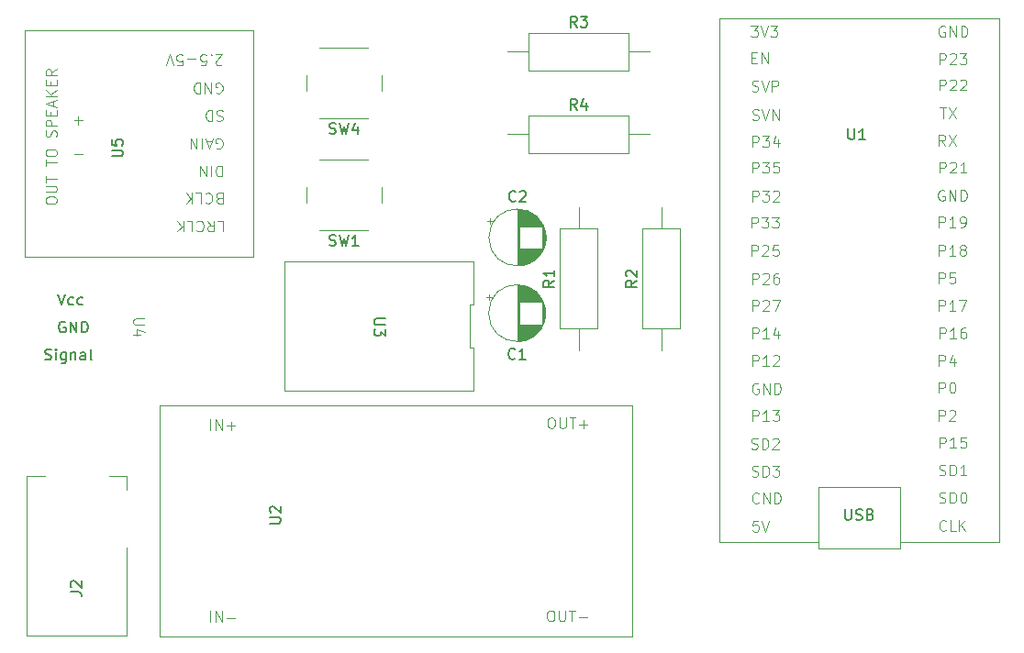
<source format=gto>
G04 #@! TF.GenerationSoftware,KiCad,Pcbnew,8.0.1*
G04 #@! TF.CreationDate,2024-04-23T21:26:09-07:00*
G04 #@! TF.ProjectId,LED_Device,4c45445f-4465-4766-9963-652e6b696361,rev?*
G04 #@! TF.SameCoordinates,Original*
G04 #@! TF.FileFunction,Legend,Top*
G04 #@! TF.FilePolarity,Positive*
%FSLAX46Y46*%
G04 Gerber Fmt 4.6, Leading zero omitted, Abs format (unit mm)*
G04 Created by KiCad (PCBNEW 8.0.1) date 2024-04-23 21:26:09*
%MOMM*%
%LPD*%
G01*
G04 APERTURE LIST*
%ADD10C,0.150000*%
%ADD11C,0.100000*%
%ADD12C,0.120000*%
%ADD13R,4.500000X2.000000*%
%ADD14O,4.000000X2.000000*%
%ADD15O,2.000000X4.000000*%
%ADD16C,1.600000*%
%ADD17O,1.600000X1.600000*%
%ADD18C,2.000000*%
%ADD19R,1.600000X1.600000*%
%ADD20C,1.800000*%
%ADD21O,2.000000X1.200000*%
%ADD22R,2.000000X1.200000*%
%ADD23O,1.200000X3.180000*%
%ADD24R,3.100000X3.100000*%
G04 APERTURE END LIST*
D10*
X104365588Y-111312438D02*
X104270350Y-111264819D01*
X104270350Y-111264819D02*
X104127493Y-111264819D01*
X104127493Y-111264819D02*
X103984636Y-111312438D01*
X103984636Y-111312438D02*
X103889398Y-111407676D01*
X103889398Y-111407676D02*
X103841779Y-111502914D01*
X103841779Y-111502914D02*
X103794160Y-111693390D01*
X103794160Y-111693390D02*
X103794160Y-111836247D01*
X103794160Y-111836247D02*
X103841779Y-112026723D01*
X103841779Y-112026723D02*
X103889398Y-112121961D01*
X103889398Y-112121961D02*
X103984636Y-112217200D01*
X103984636Y-112217200D02*
X104127493Y-112264819D01*
X104127493Y-112264819D02*
X104222731Y-112264819D01*
X104222731Y-112264819D02*
X104365588Y-112217200D01*
X104365588Y-112217200D02*
X104413207Y-112169580D01*
X104413207Y-112169580D02*
X104413207Y-111836247D01*
X104413207Y-111836247D02*
X104222731Y-111836247D01*
X104841779Y-112264819D02*
X104841779Y-111264819D01*
X104841779Y-111264819D02*
X105413207Y-112264819D01*
X105413207Y-112264819D02*
X105413207Y-111264819D01*
X105889398Y-112264819D02*
X105889398Y-111264819D01*
X105889398Y-111264819D02*
X106127493Y-111264819D01*
X106127493Y-111264819D02*
X106270350Y-111312438D01*
X106270350Y-111312438D02*
X106365588Y-111407676D01*
X106365588Y-111407676D02*
X106413207Y-111502914D01*
X106413207Y-111502914D02*
X106460826Y-111693390D01*
X106460826Y-111693390D02*
X106460826Y-111836247D01*
X106460826Y-111836247D02*
X106413207Y-112026723D01*
X106413207Y-112026723D02*
X106365588Y-112121961D01*
X106365588Y-112121961D02*
X106270350Y-112217200D01*
X106270350Y-112217200D02*
X106127493Y-112264819D01*
X106127493Y-112264819D02*
X105889398Y-112264819D01*
X103698922Y-108724819D02*
X104032255Y-109724819D01*
X104032255Y-109724819D02*
X104365588Y-108724819D01*
X105127493Y-109677200D02*
X105032255Y-109724819D01*
X105032255Y-109724819D02*
X104841779Y-109724819D01*
X104841779Y-109724819D02*
X104746541Y-109677200D01*
X104746541Y-109677200D02*
X104698922Y-109629580D01*
X104698922Y-109629580D02*
X104651303Y-109534342D01*
X104651303Y-109534342D02*
X104651303Y-109248628D01*
X104651303Y-109248628D02*
X104698922Y-109153390D01*
X104698922Y-109153390D02*
X104746541Y-109105771D01*
X104746541Y-109105771D02*
X104841779Y-109058152D01*
X104841779Y-109058152D02*
X105032255Y-109058152D01*
X105032255Y-109058152D02*
X105127493Y-109105771D01*
X105984636Y-109677200D02*
X105889398Y-109724819D01*
X105889398Y-109724819D02*
X105698922Y-109724819D01*
X105698922Y-109724819D02*
X105603684Y-109677200D01*
X105603684Y-109677200D02*
X105556065Y-109629580D01*
X105556065Y-109629580D02*
X105508446Y-109534342D01*
X105508446Y-109534342D02*
X105508446Y-109248628D01*
X105508446Y-109248628D02*
X105556065Y-109153390D01*
X105556065Y-109153390D02*
X105603684Y-109105771D01*
X105603684Y-109105771D02*
X105698922Y-109058152D01*
X105698922Y-109058152D02*
X105889398Y-109058152D01*
X105889398Y-109058152D02*
X105984636Y-109105771D01*
X102524160Y-114757200D02*
X102667017Y-114804819D01*
X102667017Y-114804819D02*
X102905112Y-114804819D01*
X102905112Y-114804819D02*
X103000350Y-114757200D01*
X103000350Y-114757200D02*
X103047969Y-114709580D01*
X103047969Y-114709580D02*
X103095588Y-114614342D01*
X103095588Y-114614342D02*
X103095588Y-114519104D01*
X103095588Y-114519104D02*
X103047969Y-114423866D01*
X103047969Y-114423866D02*
X103000350Y-114376247D01*
X103000350Y-114376247D02*
X102905112Y-114328628D01*
X102905112Y-114328628D02*
X102714636Y-114281009D01*
X102714636Y-114281009D02*
X102619398Y-114233390D01*
X102619398Y-114233390D02*
X102571779Y-114185771D01*
X102571779Y-114185771D02*
X102524160Y-114090533D01*
X102524160Y-114090533D02*
X102524160Y-113995295D01*
X102524160Y-113995295D02*
X102571779Y-113900057D01*
X102571779Y-113900057D02*
X102619398Y-113852438D01*
X102619398Y-113852438D02*
X102714636Y-113804819D01*
X102714636Y-113804819D02*
X102952731Y-113804819D01*
X102952731Y-113804819D02*
X103095588Y-113852438D01*
X103524160Y-114804819D02*
X103524160Y-114138152D01*
X103524160Y-113804819D02*
X103476541Y-113852438D01*
X103476541Y-113852438D02*
X103524160Y-113900057D01*
X103524160Y-113900057D02*
X103571779Y-113852438D01*
X103571779Y-113852438D02*
X103524160Y-113804819D01*
X103524160Y-113804819D02*
X103524160Y-113900057D01*
X104428921Y-114138152D02*
X104428921Y-114947676D01*
X104428921Y-114947676D02*
X104381302Y-115042914D01*
X104381302Y-115042914D02*
X104333683Y-115090533D01*
X104333683Y-115090533D02*
X104238445Y-115138152D01*
X104238445Y-115138152D02*
X104095588Y-115138152D01*
X104095588Y-115138152D02*
X104000350Y-115090533D01*
X104428921Y-114757200D02*
X104333683Y-114804819D01*
X104333683Y-114804819D02*
X104143207Y-114804819D01*
X104143207Y-114804819D02*
X104047969Y-114757200D01*
X104047969Y-114757200D02*
X104000350Y-114709580D01*
X104000350Y-114709580D02*
X103952731Y-114614342D01*
X103952731Y-114614342D02*
X103952731Y-114328628D01*
X103952731Y-114328628D02*
X104000350Y-114233390D01*
X104000350Y-114233390D02*
X104047969Y-114185771D01*
X104047969Y-114185771D02*
X104143207Y-114138152D01*
X104143207Y-114138152D02*
X104333683Y-114138152D01*
X104333683Y-114138152D02*
X104428921Y-114185771D01*
X104905112Y-114138152D02*
X104905112Y-114804819D01*
X104905112Y-114233390D02*
X104952731Y-114185771D01*
X104952731Y-114185771D02*
X105047969Y-114138152D01*
X105047969Y-114138152D02*
X105190826Y-114138152D01*
X105190826Y-114138152D02*
X105286064Y-114185771D01*
X105286064Y-114185771D02*
X105333683Y-114281009D01*
X105333683Y-114281009D02*
X105333683Y-114804819D01*
X106238445Y-114804819D02*
X106238445Y-114281009D01*
X106238445Y-114281009D02*
X106190826Y-114185771D01*
X106190826Y-114185771D02*
X106095588Y-114138152D01*
X106095588Y-114138152D02*
X105905112Y-114138152D01*
X105905112Y-114138152D02*
X105809874Y-114185771D01*
X106238445Y-114757200D02*
X106143207Y-114804819D01*
X106143207Y-114804819D02*
X105905112Y-114804819D01*
X105905112Y-114804819D02*
X105809874Y-114757200D01*
X105809874Y-114757200D02*
X105762255Y-114661961D01*
X105762255Y-114661961D02*
X105762255Y-114566723D01*
X105762255Y-114566723D02*
X105809874Y-114471485D01*
X105809874Y-114471485D02*
X105905112Y-114423866D01*
X105905112Y-114423866D02*
X106143207Y-114423866D01*
X106143207Y-114423866D02*
X106238445Y-114376247D01*
X106857493Y-114804819D02*
X106762255Y-114757200D01*
X106762255Y-114757200D02*
X106714636Y-114661961D01*
X106714636Y-114661961D02*
X106714636Y-113804819D01*
X104864819Y-136223333D02*
X105579104Y-136223333D01*
X105579104Y-136223333D02*
X105721961Y-136270952D01*
X105721961Y-136270952D02*
X105817200Y-136366190D01*
X105817200Y-136366190D02*
X105864819Y-136509047D01*
X105864819Y-136509047D02*
X105864819Y-136604285D01*
X104960057Y-135794761D02*
X104912438Y-135747142D01*
X104912438Y-135747142D02*
X104864819Y-135651904D01*
X104864819Y-135651904D02*
X104864819Y-135413809D01*
X104864819Y-135413809D02*
X104912438Y-135318571D01*
X104912438Y-135318571D02*
X104960057Y-135270952D01*
X104960057Y-135270952D02*
X105055295Y-135223333D01*
X105055295Y-135223333D02*
X105150533Y-135223333D01*
X105150533Y-135223333D02*
X105293390Y-135270952D01*
X105293390Y-135270952D02*
X105864819Y-135842380D01*
X105864819Y-135842380D02*
X105864819Y-135223333D01*
X151598333Y-84094819D02*
X151265000Y-83618628D01*
X151026905Y-84094819D02*
X151026905Y-83094819D01*
X151026905Y-83094819D02*
X151407857Y-83094819D01*
X151407857Y-83094819D02*
X151503095Y-83142438D01*
X151503095Y-83142438D02*
X151550714Y-83190057D01*
X151550714Y-83190057D02*
X151598333Y-83285295D01*
X151598333Y-83285295D02*
X151598333Y-83428152D01*
X151598333Y-83428152D02*
X151550714Y-83523390D01*
X151550714Y-83523390D02*
X151503095Y-83571009D01*
X151503095Y-83571009D02*
X151407857Y-83618628D01*
X151407857Y-83618628D02*
X151026905Y-83618628D01*
X151931667Y-83094819D02*
X152550714Y-83094819D01*
X152550714Y-83094819D02*
X152217381Y-83475771D01*
X152217381Y-83475771D02*
X152360238Y-83475771D01*
X152360238Y-83475771D02*
X152455476Y-83523390D01*
X152455476Y-83523390D02*
X152503095Y-83571009D01*
X152503095Y-83571009D02*
X152550714Y-83666247D01*
X152550714Y-83666247D02*
X152550714Y-83904342D01*
X152550714Y-83904342D02*
X152503095Y-83999580D01*
X152503095Y-83999580D02*
X152455476Y-84047200D01*
X152455476Y-84047200D02*
X152360238Y-84094819D01*
X152360238Y-84094819D02*
X152074524Y-84094819D01*
X152074524Y-84094819D02*
X151979286Y-84047200D01*
X151979286Y-84047200D02*
X151931667Y-83999580D01*
X128766667Y-93902200D02*
X128909524Y-93949819D01*
X128909524Y-93949819D02*
X129147619Y-93949819D01*
X129147619Y-93949819D02*
X129242857Y-93902200D01*
X129242857Y-93902200D02*
X129290476Y-93854580D01*
X129290476Y-93854580D02*
X129338095Y-93759342D01*
X129338095Y-93759342D02*
X129338095Y-93664104D01*
X129338095Y-93664104D02*
X129290476Y-93568866D01*
X129290476Y-93568866D02*
X129242857Y-93521247D01*
X129242857Y-93521247D02*
X129147619Y-93473628D01*
X129147619Y-93473628D02*
X128957143Y-93426009D01*
X128957143Y-93426009D02*
X128861905Y-93378390D01*
X128861905Y-93378390D02*
X128814286Y-93330771D01*
X128814286Y-93330771D02*
X128766667Y-93235533D01*
X128766667Y-93235533D02*
X128766667Y-93140295D01*
X128766667Y-93140295D02*
X128814286Y-93045057D01*
X128814286Y-93045057D02*
X128861905Y-92997438D01*
X128861905Y-92997438D02*
X128957143Y-92949819D01*
X128957143Y-92949819D02*
X129195238Y-92949819D01*
X129195238Y-92949819D02*
X129338095Y-92997438D01*
X129671429Y-92949819D02*
X129909524Y-93949819D01*
X129909524Y-93949819D02*
X130100000Y-93235533D01*
X130100000Y-93235533D02*
X130290476Y-93949819D01*
X130290476Y-93949819D02*
X130528572Y-92949819D01*
X131338095Y-93283152D02*
X131338095Y-93949819D01*
X131100000Y-92902200D02*
X130861905Y-93616485D01*
X130861905Y-93616485D02*
X131480952Y-93616485D01*
X157119819Y-107481666D02*
X156643628Y-107814999D01*
X157119819Y-108053094D02*
X156119819Y-108053094D01*
X156119819Y-108053094D02*
X156119819Y-107672142D01*
X156119819Y-107672142D02*
X156167438Y-107576904D01*
X156167438Y-107576904D02*
X156215057Y-107529285D01*
X156215057Y-107529285D02*
X156310295Y-107481666D01*
X156310295Y-107481666D02*
X156453152Y-107481666D01*
X156453152Y-107481666D02*
X156548390Y-107529285D01*
X156548390Y-107529285D02*
X156596009Y-107576904D01*
X156596009Y-107576904D02*
X156643628Y-107672142D01*
X156643628Y-107672142D02*
X156643628Y-108053094D01*
X156215057Y-107100713D02*
X156167438Y-107053094D01*
X156167438Y-107053094D02*
X156119819Y-106957856D01*
X156119819Y-106957856D02*
X156119819Y-106719761D01*
X156119819Y-106719761D02*
X156167438Y-106624523D01*
X156167438Y-106624523D02*
X156215057Y-106576904D01*
X156215057Y-106576904D02*
X156310295Y-106529285D01*
X156310295Y-106529285D02*
X156405533Y-106529285D01*
X156405533Y-106529285D02*
X156548390Y-106576904D01*
X156548390Y-106576904D02*
X157119819Y-107148332D01*
X157119819Y-107148332D02*
X157119819Y-106529285D01*
X145883333Y-114659580D02*
X145835714Y-114707200D01*
X145835714Y-114707200D02*
X145692857Y-114754819D01*
X145692857Y-114754819D02*
X145597619Y-114754819D01*
X145597619Y-114754819D02*
X145454762Y-114707200D01*
X145454762Y-114707200D02*
X145359524Y-114611961D01*
X145359524Y-114611961D02*
X145311905Y-114516723D01*
X145311905Y-114516723D02*
X145264286Y-114326247D01*
X145264286Y-114326247D02*
X145264286Y-114183390D01*
X145264286Y-114183390D02*
X145311905Y-113992914D01*
X145311905Y-113992914D02*
X145359524Y-113897676D01*
X145359524Y-113897676D02*
X145454762Y-113802438D01*
X145454762Y-113802438D02*
X145597619Y-113754819D01*
X145597619Y-113754819D02*
X145692857Y-113754819D01*
X145692857Y-113754819D02*
X145835714Y-113802438D01*
X145835714Y-113802438D02*
X145883333Y-113850057D01*
X146835714Y-114754819D02*
X146264286Y-114754819D01*
X146550000Y-114754819D02*
X146550000Y-113754819D01*
X146550000Y-113754819D02*
X146454762Y-113897676D01*
X146454762Y-113897676D02*
X146359524Y-113992914D01*
X146359524Y-113992914D02*
X146264286Y-114040533D01*
X108674819Y-96011904D02*
X109484342Y-96011904D01*
X109484342Y-96011904D02*
X109579580Y-95964285D01*
X109579580Y-95964285D02*
X109627200Y-95916666D01*
X109627200Y-95916666D02*
X109674819Y-95821428D01*
X109674819Y-95821428D02*
X109674819Y-95630952D01*
X109674819Y-95630952D02*
X109627200Y-95535714D01*
X109627200Y-95535714D02*
X109579580Y-95488095D01*
X109579580Y-95488095D02*
X109484342Y-95440476D01*
X109484342Y-95440476D02*
X108674819Y-95440476D01*
X108674819Y-94488095D02*
X108674819Y-94964285D01*
X108674819Y-94964285D02*
X109151009Y-95011904D01*
X109151009Y-95011904D02*
X109103390Y-94964285D01*
X109103390Y-94964285D02*
X109055771Y-94869047D01*
X109055771Y-94869047D02*
X109055771Y-94630952D01*
X109055771Y-94630952D02*
X109103390Y-94535714D01*
X109103390Y-94535714D02*
X109151009Y-94488095D01*
X109151009Y-94488095D02*
X109246247Y-94440476D01*
X109246247Y-94440476D02*
X109484342Y-94440476D01*
X109484342Y-94440476D02*
X109579580Y-94488095D01*
X109579580Y-94488095D02*
X109627200Y-94535714D01*
X109627200Y-94535714D02*
X109674819Y-94630952D01*
X109674819Y-94630952D02*
X109674819Y-94869047D01*
X109674819Y-94869047D02*
X109627200Y-94964285D01*
X109627200Y-94964285D02*
X109579580Y-95011904D01*
D11*
X118418925Y-101956180D02*
X118895115Y-101956180D01*
X118895115Y-101956180D02*
X118895115Y-102956180D01*
X117514163Y-101956180D02*
X117847496Y-102432371D01*
X118085591Y-101956180D02*
X118085591Y-102956180D01*
X118085591Y-102956180D02*
X117704639Y-102956180D01*
X117704639Y-102956180D02*
X117609401Y-102908561D01*
X117609401Y-102908561D02*
X117561782Y-102860942D01*
X117561782Y-102860942D02*
X117514163Y-102765704D01*
X117514163Y-102765704D02*
X117514163Y-102622847D01*
X117514163Y-102622847D02*
X117561782Y-102527609D01*
X117561782Y-102527609D02*
X117609401Y-102479990D01*
X117609401Y-102479990D02*
X117704639Y-102432371D01*
X117704639Y-102432371D02*
X118085591Y-102432371D01*
X116514163Y-102051419D02*
X116561782Y-102003800D01*
X116561782Y-102003800D02*
X116704639Y-101956180D01*
X116704639Y-101956180D02*
X116799877Y-101956180D01*
X116799877Y-101956180D02*
X116942734Y-102003800D01*
X116942734Y-102003800D02*
X117037972Y-102099038D01*
X117037972Y-102099038D02*
X117085591Y-102194276D01*
X117085591Y-102194276D02*
X117133210Y-102384752D01*
X117133210Y-102384752D02*
X117133210Y-102527609D01*
X117133210Y-102527609D02*
X117085591Y-102718085D01*
X117085591Y-102718085D02*
X117037972Y-102813323D01*
X117037972Y-102813323D02*
X116942734Y-102908561D01*
X116942734Y-102908561D02*
X116799877Y-102956180D01*
X116799877Y-102956180D02*
X116704639Y-102956180D01*
X116704639Y-102956180D02*
X116561782Y-102908561D01*
X116561782Y-102908561D02*
X116514163Y-102860942D01*
X115609401Y-101956180D02*
X116085591Y-101956180D01*
X116085591Y-101956180D02*
X116085591Y-102956180D01*
X115276067Y-101956180D02*
X115276067Y-102956180D01*
X114704639Y-101956180D02*
X115133210Y-102527609D01*
X114704639Y-102956180D02*
X115276067Y-102384752D01*
X118841134Y-87519342D02*
X118793515Y-87566961D01*
X118793515Y-87566961D02*
X118698277Y-87614580D01*
X118698277Y-87614580D02*
X118460182Y-87614580D01*
X118460182Y-87614580D02*
X118364944Y-87566961D01*
X118364944Y-87566961D02*
X118317325Y-87519342D01*
X118317325Y-87519342D02*
X118269706Y-87424104D01*
X118269706Y-87424104D02*
X118269706Y-87328866D01*
X118269706Y-87328866D02*
X118317325Y-87186009D01*
X118317325Y-87186009D02*
X118888753Y-86614580D01*
X118888753Y-86614580D02*
X118269706Y-86614580D01*
X117841134Y-86709819D02*
X117793515Y-86662200D01*
X117793515Y-86662200D02*
X117841134Y-86614580D01*
X117841134Y-86614580D02*
X117888753Y-86662200D01*
X117888753Y-86662200D02*
X117841134Y-86709819D01*
X117841134Y-86709819D02*
X117841134Y-86614580D01*
X116888754Y-87614580D02*
X117364944Y-87614580D01*
X117364944Y-87614580D02*
X117412563Y-87138390D01*
X117412563Y-87138390D02*
X117364944Y-87186009D01*
X117364944Y-87186009D02*
X117269706Y-87233628D01*
X117269706Y-87233628D02*
X117031611Y-87233628D01*
X117031611Y-87233628D02*
X116936373Y-87186009D01*
X116936373Y-87186009D02*
X116888754Y-87138390D01*
X116888754Y-87138390D02*
X116841135Y-87043152D01*
X116841135Y-87043152D02*
X116841135Y-86805057D01*
X116841135Y-86805057D02*
X116888754Y-86709819D01*
X116888754Y-86709819D02*
X116936373Y-86662200D01*
X116936373Y-86662200D02*
X117031611Y-86614580D01*
X117031611Y-86614580D02*
X117269706Y-86614580D01*
X117269706Y-86614580D02*
X117364944Y-86662200D01*
X117364944Y-86662200D02*
X117412563Y-86709819D01*
X116412563Y-86995533D02*
X115650659Y-86995533D01*
X114698278Y-87614580D02*
X115174468Y-87614580D01*
X115174468Y-87614580D02*
X115222087Y-87138390D01*
X115222087Y-87138390D02*
X115174468Y-87186009D01*
X115174468Y-87186009D02*
X115079230Y-87233628D01*
X115079230Y-87233628D02*
X114841135Y-87233628D01*
X114841135Y-87233628D02*
X114745897Y-87186009D01*
X114745897Y-87186009D02*
X114698278Y-87138390D01*
X114698278Y-87138390D02*
X114650659Y-87043152D01*
X114650659Y-87043152D02*
X114650659Y-86805057D01*
X114650659Y-86805057D02*
X114698278Y-86709819D01*
X114698278Y-86709819D02*
X114745897Y-86662200D01*
X114745897Y-86662200D02*
X114841135Y-86614580D01*
X114841135Y-86614580D02*
X115079230Y-86614580D01*
X115079230Y-86614580D02*
X115174468Y-86662200D01*
X115174468Y-86662200D02*
X115222087Y-86709819D01*
X114364944Y-87614580D02*
X114031611Y-86614580D01*
X114031611Y-86614580D02*
X113698278Y-87614580D01*
X118561782Y-99889190D02*
X118418925Y-99841571D01*
X118418925Y-99841571D02*
X118371306Y-99793952D01*
X118371306Y-99793952D02*
X118323687Y-99698714D01*
X118323687Y-99698714D02*
X118323687Y-99555857D01*
X118323687Y-99555857D02*
X118371306Y-99460619D01*
X118371306Y-99460619D02*
X118418925Y-99413000D01*
X118418925Y-99413000D02*
X118514163Y-99365380D01*
X118514163Y-99365380D02*
X118895115Y-99365380D01*
X118895115Y-99365380D02*
X118895115Y-100365380D01*
X118895115Y-100365380D02*
X118561782Y-100365380D01*
X118561782Y-100365380D02*
X118466544Y-100317761D01*
X118466544Y-100317761D02*
X118418925Y-100270142D01*
X118418925Y-100270142D02*
X118371306Y-100174904D01*
X118371306Y-100174904D02*
X118371306Y-100079666D01*
X118371306Y-100079666D02*
X118418925Y-99984428D01*
X118418925Y-99984428D02*
X118466544Y-99936809D01*
X118466544Y-99936809D02*
X118561782Y-99889190D01*
X118561782Y-99889190D02*
X118895115Y-99889190D01*
X117323687Y-99460619D02*
X117371306Y-99413000D01*
X117371306Y-99413000D02*
X117514163Y-99365380D01*
X117514163Y-99365380D02*
X117609401Y-99365380D01*
X117609401Y-99365380D02*
X117752258Y-99413000D01*
X117752258Y-99413000D02*
X117847496Y-99508238D01*
X117847496Y-99508238D02*
X117895115Y-99603476D01*
X117895115Y-99603476D02*
X117942734Y-99793952D01*
X117942734Y-99793952D02*
X117942734Y-99936809D01*
X117942734Y-99936809D02*
X117895115Y-100127285D01*
X117895115Y-100127285D02*
X117847496Y-100222523D01*
X117847496Y-100222523D02*
X117752258Y-100317761D01*
X117752258Y-100317761D02*
X117609401Y-100365380D01*
X117609401Y-100365380D02*
X117514163Y-100365380D01*
X117514163Y-100365380D02*
X117371306Y-100317761D01*
X117371306Y-100317761D02*
X117323687Y-100270142D01*
X116418925Y-99365380D02*
X116895115Y-99365380D01*
X116895115Y-99365380D02*
X116895115Y-100365380D01*
X116085591Y-99365380D02*
X116085591Y-100365380D01*
X115514163Y-99365380D02*
X115942734Y-99936809D01*
X115514163Y-100365380D02*
X116085591Y-99793952D01*
X118844315Y-96876180D02*
X118844315Y-97876180D01*
X118844315Y-97876180D02*
X118606220Y-97876180D01*
X118606220Y-97876180D02*
X118463363Y-97828561D01*
X118463363Y-97828561D02*
X118368125Y-97733323D01*
X118368125Y-97733323D02*
X118320506Y-97638085D01*
X118320506Y-97638085D02*
X118272887Y-97447609D01*
X118272887Y-97447609D02*
X118272887Y-97304752D01*
X118272887Y-97304752D02*
X118320506Y-97114276D01*
X118320506Y-97114276D02*
X118368125Y-97019038D01*
X118368125Y-97019038D02*
X118463363Y-96923800D01*
X118463363Y-96923800D02*
X118606220Y-96876180D01*
X118606220Y-96876180D02*
X118844315Y-96876180D01*
X117844315Y-96876180D02*
X117844315Y-97876180D01*
X117368125Y-96876180D02*
X117368125Y-97876180D01*
X117368125Y-97876180D02*
X116796697Y-96876180D01*
X116796697Y-96876180D02*
X116796697Y-97876180D01*
X118891934Y-91793000D02*
X118749077Y-91745380D01*
X118749077Y-91745380D02*
X118510982Y-91745380D01*
X118510982Y-91745380D02*
X118415744Y-91793000D01*
X118415744Y-91793000D02*
X118368125Y-91840619D01*
X118368125Y-91840619D02*
X118320506Y-91935857D01*
X118320506Y-91935857D02*
X118320506Y-92031095D01*
X118320506Y-92031095D02*
X118368125Y-92126333D01*
X118368125Y-92126333D02*
X118415744Y-92173952D01*
X118415744Y-92173952D02*
X118510982Y-92221571D01*
X118510982Y-92221571D02*
X118701458Y-92269190D01*
X118701458Y-92269190D02*
X118796696Y-92316809D01*
X118796696Y-92316809D02*
X118844315Y-92364428D01*
X118844315Y-92364428D02*
X118891934Y-92459666D01*
X118891934Y-92459666D02*
X118891934Y-92554904D01*
X118891934Y-92554904D02*
X118844315Y-92650142D01*
X118844315Y-92650142D02*
X118796696Y-92697761D01*
X118796696Y-92697761D02*
X118701458Y-92745380D01*
X118701458Y-92745380D02*
X118463363Y-92745380D01*
X118463363Y-92745380D02*
X118320506Y-92697761D01*
X117891934Y-91745380D02*
X117891934Y-92745380D01*
X117891934Y-92745380D02*
X117653839Y-92745380D01*
X117653839Y-92745380D02*
X117510982Y-92697761D01*
X117510982Y-92697761D02*
X117415744Y-92602523D01*
X117415744Y-92602523D02*
X117368125Y-92507285D01*
X117368125Y-92507285D02*
X117320506Y-92316809D01*
X117320506Y-92316809D02*
X117320506Y-92173952D01*
X117320506Y-92173952D02*
X117368125Y-91983476D01*
X117368125Y-91983476D02*
X117415744Y-91888238D01*
X117415744Y-91888238D02*
X117510982Y-91793000D01*
X117510982Y-91793000D02*
X117653839Y-91745380D01*
X117653839Y-91745380D02*
X117891934Y-91745380D01*
X105991915Y-95783933D02*
X105230011Y-95783933D01*
X118320506Y-90157761D02*
X118415744Y-90205380D01*
X118415744Y-90205380D02*
X118558601Y-90205380D01*
X118558601Y-90205380D02*
X118701458Y-90157761D01*
X118701458Y-90157761D02*
X118796696Y-90062523D01*
X118796696Y-90062523D02*
X118844315Y-89967285D01*
X118844315Y-89967285D02*
X118891934Y-89776809D01*
X118891934Y-89776809D02*
X118891934Y-89633952D01*
X118891934Y-89633952D02*
X118844315Y-89443476D01*
X118844315Y-89443476D02*
X118796696Y-89348238D01*
X118796696Y-89348238D02*
X118701458Y-89253000D01*
X118701458Y-89253000D02*
X118558601Y-89205380D01*
X118558601Y-89205380D02*
X118463363Y-89205380D01*
X118463363Y-89205380D02*
X118320506Y-89253000D01*
X118320506Y-89253000D02*
X118272887Y-89300619D01*
X118272887Y-89300619D02*
X118272887Y-89633952D01*
X118272887Y-89633952D02*
X118463363Y-89633952D01*
X117844315Y-89205380D02*
X117844315Y-90205380D01*
X117844315Y-90205380D02*
X117272887Y-89205380D01*
X117272887Y-89205380D02*
X117272887Y-90205380D01*
X116796696Y-89205380D02*
X116796696Y-90205380D01*
X116796696Y-90205380D02*
X116558601Y-90205380D01*
X116558601Y-90205380D02*
X116415744Y-90157761D01*
X116415744Y-90157761D02*
X116320506Y-90062523D01*
X116320506Y-90062523D02*
X116272887Y-89967285D01*
X116272887Y-89967285D02*
X116225268Y-89776809D01*
X116225268Y-89776809D02*
X116225268Y-89633952D01*
X116225268Y-89633952D02*
X116272887Y-89443476D01*
X116272887Y-89443476D02*
X116320506Y-89348238D01*
X116320506Y-89348238D02*
X116415744Y-89253000D01*
X116415744Y-89253000D02*
X116558601Y-89205380D01*
X116558601Y-89205380D02*
X116796696Y-89205380D01*
X102577419Y-100165839D02*
X102577419Y-99975363D01*
X102577419Y-99975363D02*
X102625038Y-99880125D01*
X102625038Y-99880125D02*
X102720276Y-99784887D01*
X102720276Y-99784887D02*
X102910752Y-99737268D01*
X102910752Y-99737268D02*
X103244085Y-99737268D01*
X103244085Y-99737268D02*
X103434561Y-99784887D01*
X103434561Y-99784887D02*
X103529800Y-99880125D01*
X103529800Y-99880125D02*
X103577419Y-99975363D01*
X103577419Y-99975363D02*
X103577419Y-100165839D01*
X103577419Y-100165839D02*
X103529800Y-100261077D01*
X103529800Y-100261077D02*
X103434561Y-100356315D01*
X103434561Y-100356315D02*
X103244085Y-100403934D01*
X103244085Y-100403934D02*
X102910752Y-100403934D01*
X102910752Y-100403934D02*
X102720276Y-100356315D01*
X102720276Y-100356315D02*
X102625038Y-100261077D01*
X102625038Y-100261077D02*
X102577419Y-100165839D01*
X102577419Y-99308696D02*
X103386942Y-99308696D01*
X103386942Y-99308696D02*
X103482180Y-99261077D01*
X103482180Y-99261077D02*
X103529800Y-99213458D01*
X103529800Y-99213458D02*
X103577419Y-99118220D01*
X103577419Y-99118220D02*
X103577419Y-98927744D01*
X103577419Y-98927744D02*
X103529800Y-98832506D01*
X103529800Y-98832506D02*
X103482180Y-98784887D01*
X103482180Y-98784887D02*
X103386942Y-98737268D01*
X103386942Y-98737268D02*
X102577419Y-98737268D01*
X102577419Y-98403934D02*
X102577419Y-97832506D01*
X103577419Y-98118220D02*
X102577419Y-98118220D01*
X102577419Y-96880124D02*
X102577419Y-96308696D01*
X103577419Y-96594410D02*
X102577419Y-96594410D01*
X102577419Y-95784886D02*
X102577419Y-95594410D01*
X102577419Y-95594410D02*
X102625038Y-95499172D01*
X102625038Y-95499172D02*
X102720276Y-95403934D01*
X102720276Y-95403934D02*
X102910752Y-95356315D01*
X102910752Y-95356315D02*
X103244085Y-95356315D01*
X103244085Y-95356315D02*
X103434561Y-95403934D01*
X103434561Y-95403934D02*
X103529800Y-95499172D01*
X103529800Y-95499172D02*
X103577419Y-95594410D01*
X103577419Y-95594410D02*
X103577419Y-95784886D01*
X103577419Y-95784886D02*
X103529800Y-95880124D01*
X103529800Y-95880124D02*
X103434561Y-95975362D01*
X103434561Y-95975362D02*
X103244085Y-96022981D01*
X103244085Y-96022981D02*
X102910752Y-96022981D01*
X102910752Y-96022981D02*
X102720276Y-95975362D01*
X102720276Y-95975362D02*
X102625038Y-95880124D01*
X102625038Y-95880124D02*
X102577419Y-95784886D01*
X103529800Y-94213457D02*
X103577419Y-94070600D01*
X103577419Y-94070600D02*
X103577419Y-93832505D01*
X103577419Y-93832505D02*
X103529800Y-93737267D01*
X103529800Y-93737267D02*
X103482180Y-93689648D01*
X103482180Y-93689648D02*
X103386942Y-93642029D01*
X103386942Y-93642029D02*
X103291704Y-93642029D01*
X103291704Y-93642029D02*
X103196466Y-93689648D01*
X103196466Y-93689648D02*
X103148847Y-93737267D01*
X103148847Y-93737267D02*
X103101228Y-93832505D01*
X103101228Y-93832505D02*
X103053609Y-94022981D01*
X103053609Y-94022981D02*
X103005990Y-94118219D01*
X103005990Y-94118219D02*
X102958371Y-94165838D01*
X102958371Y-94165838D02*
X102863133Y-94213457D01*
X102863133Y-94213457D02*
X102767895Y-94213457D01*
X102767895Y-94213457D02*
X102672657Y-94165838D01*
X102672657Y-94165838D02*
X102625038Y-94118219D01*
X102625038Y-94118219D02*
X102577419Y-94022981D01*
X102577419Y-94022981D02*
X102577419Y-93784886D01*
X102577419Y-93784886D02*
X102625038Y-93642029D01*
X103577419Y-93213457D02*
X102577419Y-93213457D01*
X102577419Y-93213457D02*
X102577419Y-92832505D01*
X102577419Y-92832505D02*
X102625038Y-92737267D01*
X102625038Y-92737267D02*
X102672657Y-92689648D01*
X102672657Y-92689648D02*
X102767895Y-92642029D01*
X102767895Y-92642029D02*
X102910752Y-92642029D01*
X102910752Y-92642029D02*
X103005990Y-92689648D01*
X103005990Y-92689648D02*
X103053609Y-92737267D01*
X103053609Y-92737267D02*
X103101228Y-92832505D01*
X103101228Y-92832505D02*
X103101228Y-93213457D01*
X103053609Y-92213457D02*
X103053609Y-91880124D01*
X103577419Y-91737267D02*
X103577419Y-92213457D01*
X103577419Y-92213457D02*
X102577419Y-92213457D01*
X102577419Y-92213457D02*
X102577419Y-91737267D01*
X103291704Y-91356314D02*
X103291704Y-90880124D01*
X103577419Y-91451552D02*
X102577419Y-91118219D01*
X102577419Y-91118219D02*
X103577419Y-90784886D01*
X103577419Y-90451552D02*
X102577419Y-90451552D01*
X103577419Y-89880124D02*
X103005990Y-90308695D01*
X102577419Y-89880124D02*
X103148847Y-90451552D01*
X103053609Y-89451552D02*
X103053609Y-89118219D01*
X103577419Y-88975362D02*
X103577419Y-89451552D01*
X103577419Y-89451552D02*
X102577419Y-89451552D01*
X102577419Y-89451552D02*
X102577419Y-88975362D01*
X103577419Y-87975362D02*
X103101228Y-88308695D01*
X103577419Y-88546790D02*
X102577419Y-88546790D01*
X102577419Y-88546790D02*
X102577419Y-88165838D01*
X102577419Y-88165838D02*
X102625038Y-88070600D01*
X102625038Y-88070600D02*
X102672657Y-88022981D01*
X102672657Y-88022981D02*
X102767895Y-87975362D01*
X102767895Y-87975362D02*
X102910752Y-87975362D01*
X102910752Y-87975362D02*
X103005990Y-88022981D01*
X103005990Y-88022981D02*
X103053609Y-88070600D01*
X103053609Y-88070600D02*
X103101228Y-88165838D01*
X103101228Y-88165838D02*
X103101228Y-88546790D01*
X105941115Y-92685133D02*
X105179211Y-92685133D01*
X105560163Y-92304180D02*
X105560163Y-93066085D01*
X118320506Y-95288561D02*
X118415744Y-95336180D01*
X118415744Y-95336180D02*
X118558601Y-95336180D01*
X118558601Y-95336180D02*
X118701458Y-95288561D01*
X118701458Y-95288561D02*
X118796696Y-95193323D01*
X118796696Y-95193323D02*
X118844315Y-95098085D01*
X118844315Y-95098085D02*
X118891934Y-94907609D01*
X118891934Y-94907609D02*
X118891934Y-94764752D01*
X118891934Y-94764752D02*
X118844315Y-94574276D01*
X118844315Y-94574276D02*
X118796696Y-94479038D01*
X118796696Y-94479038D02*
X118701458Y-94383800D01*
X118701458Y-94383800D02*
X118558601Y-94336180D01*
X118558601Y-94336180D02*
X118463363Y-94336180D01*
X118463363Y-94336180D02*
X118320506Y-94383800D01*
X118320506Y-94383800D02*
X118272887Y-94431419D01*
X118272887Y-94431419D02*
X118272887Y-94764752D01*
X118272887Y-94764752D02*
X118463363Y-94764752D01*
X117891934Y-94621895D02*
X117415744Y-94621895D01*
X117987172Y-94336180D02*
X117653839Y-95336180D01*
X117653839Y-95336180D02*
X117320506Y-94336180D01*
X116987172Y-94336180D02*
X116987172Y-95336180D01*
X116510982Y-94336180D02*
X116510982Y-95336180D01*
X116510982Y-95336180D02*
X115939554Y-94336180D01*
X115939554Y-94336180D02*
X115939554Y-95336180D01*
X111667580Y-110998095D02*
X110858057Y-110998095D01*
X110858057Y-110998095D02*
X110762819Y-111045714D01*
X110762819Y-111045714D02*
X110715200Y-111093333D01*
X110715200Y-111093333D02*
X110667580Y-111188571D01*
X110667580Y-111188571D02*
X110667580Y-111379047D01*
X110667580Y-111379047D02*
X110715200Y-111474285D01*
X110715200Y-111474285D02*
X110762819Y-111521904D01*
X110762819Y-111521904D02*
X110858057Y-111569523D01*
X110858057Y-111569523D02*
X111667580Y-111569523D01*
X111334247Y-112474285D02*
X110667580Y-112474285D01*
X111715200Y-112236190D02*
X111000914Y-111998095D01*
X111000914Y-111998095D02*
X111000914Y-112617142D01*
D10*
X128766667Y-104232200D02*
X128909524Y-104279819D01*
X128909524Y-104279819D02*
X129147619Y-104279819D01*
X129147619Y-104279819D02*
X129242857Y-104232200D01*
X129242857Y-104232200D02*
X129290476Y-104184580D01*
X129290476Y-104184580D02*
X129338095Y-104089342D01*
X129338095Y-104089342D02*
X129338095Y-103994104D01*
X129338095Y-103994104D02*
X129290476Y-103898866D01*
X129290476Y-103898866D02*
X129242857Y-103851247D01*
X129242857Y-103851247D02*
X129147619Y-103803628D01*
X129147619Y-103803628D02*
X128957143Y-103756009D01*
X128957143Y-103756009D02*
X128861905Y-103708390D01*
X128861905Y-103708390D02*
X128814286Y-103660771D01*
X128814286Y-103660771D02*
X128766667Y-103565533D01*
X128766667Y-103565533D02*
X128766667Y-103470295D01*
X128766667Y-103470295D02*
X128814286Y-103375057D01*
X128814286Y-103375057D02*
X128861905Y-103327438D01*
X128861905Y-103327438D02*
X128957143Y-103279819D01*
X128957143Y-103279819D02*
X129195238Y-103279819D01*
X129195238Y-103279819D02*
X129338095Y-103327438D01*
X129671429Y-103279819D02*
X129909524Y-104279819D01*
X129909524Y-104279819D02*
X130100000Y-103565533D01*
X130100000Y-103565533D02*
X130290476Y-104279819D01*
X130290476Y-104279819D02*
X130528572Y-103279819D01*
X131433333Y-104279819D02*
X130861905Y-104279819D01*
X131147619Y-104279819D02*
X131147619Y-103279819D01*
X131147619Y-103279819D02*
X131052381Y-103422676D01*
X131052381Y-103422676D02*
X130957143Y-103517914D01*
X130957143Y-103517914D02*
X130861905Y-103565533D01*
X151598333Y-91714819D02*
X151265000Y-91238628D01*
X151026905Y-91714819D02*
X151026905Y-90714819D01*
X151026905Y-90714819D02*
X151407857Y-90714819D01*
X151407857Y-90714819D02*
X151503095Y-90762438D01*
X151503095Y-90762438D02*
X151550714Y-90810057D01*
X151550714Y-90810057D02*
X151598333Y-90905295D01*
X151598333Y-90905295D02*
X151598333Y-91048152D01*
X151598333Y-91048152D02*
X151550714Y-91143390D01*
X151550714Y-91143390D02*
X151503095Y-91191009D01*
X151503095Y-91191009D02*
X151407857Y-91238628D01*
X151407857Y-91238628D02*
X151026905Y-91238628D01*
X152455476Y-91048152D02*
X152455476Y-91714819D01*
X152217381Y-90667200D02*
X151979286Y-91381485D01*
X151979286Y-91381485D02*
X152598333Y-91381485D01*
X176631695Y-93460219D02*
X176631695Y-94269742D01*
X176631695Y-94269742D02*
X176679314Y-94364980D01*
X176679314Y-94364980D02*
X176726933Y-94412600D01*
X176726933Y-94412600D02*
X176822171Y-94460219D01*
X176822171Y-94460219D02*
X177012647Y-94460219D01*
X177012647Y-94460219D02*
X177107885Y-94412600D01*
X177107885Y-94412600D02*
X177155504Y-94364980D01*
X177155504Y-94364980D02*
X177203123Y-94269742D01*
X177203123Y-94269742D02*
X177203123Y-93460219D01*
X178203123Y-94460219D02*
X177631695Y-94460219D01*
X177917409Y-94460219D02*
X177917409Y-93460219D01*
X177917409Y-93460219D02*
X177822171Y-93603076D01*
X177822171Y-93603076D02*
X177726933Y-93698314D01*
X177726933Y-93698314D02*
X177631695Y-93745933D01*
D11*
X185063484Y-89915419D02*
X185063484Y-88915419D01*
X185063484Y-88915419D02*
X185444436Y-88915419D01*
X185444436Y-88915419D02*
X185539674Y-88963038D01*
X185539674Y-88963038D02*
X185587293Y-89010657D01*
X185587293Y-89010657D02*
X185634912Y-89105895D01*
X185634912Y-89105895D02*
X185634912Y-89248752D01*
X185634912Y-89248752D02*
X185587293Y-89343990D01*
X185587293Y-89343990D02*
X185539674Y-89391609D01*
X185539674Y-89391609D02*
X185444436Y-89439228D01*
X185444436Y-89439228D02*
X185063484Y-89439228D01*
X186015865Y-89010657D02*
X186063484Y-88963038D01*
X186063484Y-88963038D02*
X186158722Y-88915419D01*
X186158722Y-88915419D02*
X186396817Y-88915419D01*
X186396817Y-88915419D02*
X186492055Y-88963038D01*
X186492055Y-88963038D02*
X186539674Y-89010657D01*
X186539674Y-89010657D02*
X186587293Y-89105895D01*
X186587293Y-89105895D02*
X186587293Y-89201133D01*
X186587293Y-89201133D02*
X186539674Y-89343990D01*
X186539674Y-89343990D02*
X185968246Y-89915419D01*
X185968246Y-89915419D02*
X186587293Y-89915419D01*
X186968246Y-89010657D02*
X187015865Y-88963038D01*
X187015865Y-88963038D02*
X187111103Y-88915419D01*
X187111103Y-88915419D02*
X187349198Y-88915419D01*
X187349198Y-88915419D02*
X187444436Y-88963038D01*
X187444436Y-88963038D02*
X187492055Y-89010657D01*
X187492055Y-89010657D02*
X187539674Y-89105895D01*
X187539674Y-89105895D02*
X187539674Y-89201133D01*
X187539674Y-89201133D02*
X187492055Y-89343990D01*
X187492055Y-89343990D02*
X186920627Y-89915419D01*
X186920627Y-89915419D02*
X187539674Y-89915419D01*
X185012684Y-120446219D02*
X185012684Y-119446219D01*
X185012684Y-119446219D02*
X185393636Y-119446219D01*
X185393636Y-119446219D02*
X185488874Y-119493838D01*
X185488874Y-119493838D02*
X185536493Y-119541457D01*
X185536493Y-119541457D02*
X185584112Y-119636695D01*
X185584112Y-119636695D02*
X185584112Y-119779552D01*
X185584112Y-119779552D02*
X185536493Y-119874790D01*
X185536493Y-119874790D02*
X185488874Y-119922409D01*
X185488874Y-119922409D02*
X185393636Y-119970028D01*
X185393636Y-119970028D02*
X185012684Y-119970028D01*
X185965065Y-119541457D02*
X186012684Y-119493838D01*
X186012684Y-119493838D02*
X186107922Y-119446219D01*
X186107922Y-119446219D02*
X186346017Y-119446219D01*
X186346017Y-119446219D02*
X186441255Y-119493838D01*
X186441255Y-119493838D02*
X186488874Y-119541457D01*
X186488874Y-119541457D02*
X186536493Y-119636695D01*
X186536493Y-119636695D02*
X186536493Y-119731933D01*
X186536493Y-119731933D02*
X186488874Y-119874790D01*
X186488874Y-119874790D02*
X185917446Y-120446219D01*
X185917446Y-120446219D02*
X186536493Y-120446219D01*
X167791484Y-110286219D02*
X167791484Y-109286219D01*
X167791484Y-109286219D02*
X168172436Y-109286219D01*
X168172436Y-109286219D02*
X168267674Y-109333838D01*
X168267674Y-109333838D02*
X168315293Y-109381457D01*
X168315293Y-109381457D02*
X168362912Y-109476695D01*
X168362912Y-109476695D02*
X168362912Y-109619552D01*
X168362912Y-109619552D02*
X168315293Y-109714790D01*
X168315293Y-109714790D02*
X168267674Y-109762409D01*
X168267674Y-109762409D02*
X168172436Y-109810028D01*
X168172436Y-109810028D02*
X167791484Y-109810028D01*
X168743865Y-109381457D02*
X168791484Y-109333838D01*
X168791484Y-109333838D02*
X168886722Y-109286219D01*
X168886722Y-109286219D02*
X169124817Y-109286219D01*
X169124817Y-109286219D02*
X169220055Y-109333838D01*
X169220055Y-109333838D02*
X169267674Y-109381457D01*
X169267674Y-109381457D02*
X169315293Y-109476695D01*
X169315293Y-109476695D02*
X169315293Y-109571933D01*
X169315293Y-109571933D02*
X169267674Y-109714790D01*
X169267674Y-109714790D02*
X168696246Y-110286219D01*
X168696246Y-110286219D02*
X169315293Y-110286219D01*
X169648627Y-109286219D02*
X170315293Y-109286219D01*
X170315293Y-109286219D02*
X169886722Y-110286219D01*
X185634912Y-130510980D02*
X185587293Y-130558600D01*
X185587293Y-130558600D02*
X185444436Y-130606219D01*
X185444436Y-130606219D02*
X185349198Y-130606219D01*
X185349198Y-130606219D02*
X185206341Y-130558600D01*
X185206341Y-130558600D02*
X185111103Y-130463361D01*
X185111103Y-130463361D02*
X185063484Y-130368123D01*
X185063484Y-130368123D02*
X185015865Y-130177647D01*
X185015865Y-130177647D02*
X185015865Y-130034790D01*
X185015865Y-130034790D02*
X185063484Y-129844314D01*
X185063484Y-129844314D02*
X185111103Y-129749076D01*
X185111103Y-129749076D02*
X185206341Y-129653838D01*
X185206341Y-129653838D02*
X185349198Y-129606219D01*
X185349198Y-129606219D02*
X185444436Y-129606219D01*
X185444436Y-129606219D02*
X185587293Y-129653838D01*
X185587293Y-129653838D02*
X185634912Y-129701457D01*
X186539674Y-130606219D02*
X186063484Y-130606219D01*
X186063484Y-130606219D02*
X186063484Y-129606219D01*
X186873008Y-130606219D02*
X186873008Y-129606219D01*
X187444436Y-130606219D02*
X187015865Y-130034790D01*
X187444436Y-129606219D02*
X186873008Y-130177647D01*
X185063484Y-87527819D02*
X185063484Y-86527819D01*
X185063484Y-86527819D02*
X185444436Y-86527819D01*
X185444436Y-86527819D02*
X185539674Y-86575438D01*
X185539674Y-86575438D02*
X185587293Y-86623057D01*
X185587293Y-86623057D02*
X185634912Y-86718295D01*
X185634912Y-86718295D02*
X185634912Y-86861152D01*
X185634912Y-86861152D02*
X185587293Y-86956390D01*
X185587293Y-86956390D02*
X185539674Y-87004009D01*
X185539674Y-87004009D02*
X185444436Y-87051628D01*
X185444436Y-87051628D02*
X185063484Y-87051628D01*
X186015865Y-86623057D02*
X186063484Y-86575438D01*
X186063484Y-86575438D02*
X186158722Y-86527819D01*
X186158722Y-86527819D02*
X186396817Y-86527819D01*
X186396817Y-86527819D02*
X186492055Y-86575438D01*
X186492055Y-86575438D02*
X186539674Y-86623057D01*
X186539674Y-86623057D02*
X186587293Y-86718295D01*
X186587293Y-86718295D02*
X186587293Y-86813533D01*
X186587293Y-86813533D02*
X186539674Y-86956390D01*
X186539674Y-86956390D02*
X185968246Y-87527819D01*
X185968246Y-87527819D02*
X186587293Y-87527819D01*
X186920627Y-86527819D02*
X187539674Y-86527819D01*
X187539674Y-86527819D02*
X187206341Y-86908771D01*
X187206341Y-86908771D02*
X187349198Y-86908771D01*
X187349198Y-86908771D02*
X187444436Y-86956390D01*
X187444436Y-86956390D02*
X187492055Y-87004009D01*
X187492055Y-87004009D02*
X187539674Y-87099247D01*
X187539674Y-87099247D02*
X187539674Y-87337342D01*
X187539674Y-87337342D02*
X187492055Y-87432580D01*
X187492055Y-87432580D02*
X187444436Y-87480200D01*
X187444436Y-87480200D02*
X187349198Y-87527819D01*
X187349198Y-87527819D02*
X187063484Y-87527819D01*
X187063484Y-87527819D02*
X186968246Y-87480200D01*
X186968246Y-87480200D02*
X186920627Y-87432580D01*
X185015865Y-127967800D02*
X185158722Y-128015419D01*
X185158722Y-128015419D02*
X185396817Y-128015419D01*
X185396817Y-128015419D02*
X185492055Y-127967800D01*
X185492055Y-127967800D02*
X185539674Y-127920180D01*
X185539674Y-127920180D02*
X185587293Y-127824942D01*
X185587293Y-127824942D02*
X185587293Y-127729704D01*
X185587293Y-127729704D02*
X185539674Y-127634466D01*
X185539674Y-127634466D02*
X185492055Y-127586847D01*
X185492055Y-127586847D02*
X185396817Y-127539228D01*
X185396817Y-127539228D02*
X185206341Y-127491609D01*
X185206341Y-127491609D02*
X185111103Y-127443990D01*
X185111103Y-127443990D02*
X185063484Y-127396371D01*
X185063484Y-127396371D02*
X185015865Y-127301133D01*
X185015865Y-127301133D02*
X185015865Y-127205895D01*
X185015865Y-127205895D02*
X185063484Y-127110657D01*
X185063484Y-127110657D02*
X185111103Y-127063038D01*
X185111103Y-127063038D02*
X185206341Y-127015419D01*
X185206341Y-127015419D02*
X185444436Y-127015419D01*
X185444436Y-127015419D02*
X185587293Y-127063038D01*
X186015865Y-128015419D02*
X186015865Y-127015419D01*
X186015865Y-127015419D02*
X186253960Y-127015419D01*
X186253960Y-127015419D02*
X186396817Y-127063038D01*
X186396817Y-127063038D02*
X186492055Y-127158276D01*
X186492055Y-127158276D02*
X186539674Y-127253514D01*
X186539674Y-127253514D02*
X186587293Y-127443990D01*
X186587293Y-127443990D02*
X186587293Y-127586847D01*
X186587293Y-127586847D02*
X186539674Y-127777323D01*
X186539674Y-127777323D02*
X186492055Y-127872561D01*
X186492055Y-127872561D02*
X186396817Y-127967800D01*
X186396817Y-127967800D02*
X186253960Y-128015419D01*
X186253960Y-128015419D02*
X186015865Y-128015419D01*
X187206341Y-127015419D02*
X187301579Y-127015419D01*
X187301579Y-127015419D02*
X187396817Y-127063038D01*
X187396817Y-127063038D02*
X187444436Y-127110657D01*
X187444436Y-127110657D02*
X187492055Y-127205895D01*
X187492055Y-127205895D02*
X187539674Y-127396371D01*
X187539674Y-127396371D02*
X187539674Y-127634466D01*
X187539674Y-127634466D02*
X187492055Y-127824942D01*
X187492055Y-127824942D02*
X187444436Y-127920180D01*
X187444436Y-127920180D02*
X187396817Y-127967800D01*
X187396817Y-127967800D02*
X187301579Y-128015419D01*
X187301579Y-128015419D02*
X187206341Y-128015419D01*
X187206341Y-128015419D02*
X187111103Y-127967800D01*
X187111103Y-127967800D02*
X187063484Y-127920180D01*
X187063484Y-127920180D02*
X187015865Y-127824942D01*
X187015865Y-127824942D02*
X186968246Y-127634466D01*
X186968246Y-127634466D02*
X186968246Y-127396371D01*
X186968246Y-127396371D02*
X187015865Y-127205895D01*
X187015865Y-127205895D02*
X187063484Y-127110657D01*
X187063484Y-127110657D02*
X187111103Y-127063038D01*
X187111103Y-127063038D02*
X187206341Y-127015419D01*
X167791484Y-120446219D02*
X167791484Y-119446219D01*
X167791484Y-119446219D02*
X168172436Y-119446219D01*
X168172436Y-119446219D02*
X168267674Y-119493838D01*
X168267674Y-119493838D02*
X168315293Y-119541457D01*
X168315293Y-119541457D02*
X168362912Y-119636695D01*
X168362912Y-119636695D02*
X168362912Y-119779552D01*
X168362912Y-119779552D02*
X168315293Y-119874790D01*
X168315293Y-119874790D02*
X168267674Y-119922409D01*
X168267674Y-119922409D02*
X168172436Y-119970028D01*
X168172436Y-119970028D02*
X167791484Y-119970028D01*
X169315293Y-120446219D02*
X168743865Y-120446219D01*
X169029579Y-120446219D02*
X169029579Y-119446219D01*
X169029579Y-119446219D02*
X168934341Y-119589076D01*
X168934341Y-119589076D02*
X168839103Y-119684314D01*
X168839103Y-119684314D02*
X168743865Y-119731933D01*
X169648627Y-119446219D02*
X170267674Y-119446219D01*
X170267674Y-119446219D02*
X169934341Y-119827171D01*
X169934341Y-119827171D02*
X170077198Y-119827171D01*
X170077198Y-119827171D02*
X170172436Y-119874790D01*
X170172436Y-119874790D02*
X170220055Y-119922409D01*
X170220055Y-119922409D02*
X170267674Y-120017647D01*
X170267674Y-120017647D02*
X170267674Y-120255742D01*
X170267674Y-120255742D02*
X170220055Y-120350980D01*
X170220055Y-120350980D02*
X170172436Y-120398600D01*
X170172436Y-120398600D02*
X170077198Y-120446219D01*
X170077198Y-120446219D02*
X169791484Y-120446219D01*
X169791484Y-120446219D02*
X169696246Y-120398600D01*
X169696246Y-120398600D02*
X169648627Y-120350980D01*
X167645446Y-83987819D02*
X168264493Y-83987819D01*
X168264493Y-83987819D02*
X167931160Y-84368771D01*
X167931160Y-84368771D02*
X168074017Y-84368771D01*
X168074017Y-84368771D02*
X168169255Y-84416390D01*
X168169255Y-84416390D02*
X168216874Y-84464009D01*
X168216874Y-84464009D02*
X168264493Y-84559247D01*
X168264493Y-84559247D02*
X168264493Y-84797342D01*
X168264493Y-84797342D02*
X168216874Y-84892580D01*
X168216874Y-84892580D02*
X168169255Y-84940200D01*
X168169255Y-84940200D02*
X168074017Y-84987819D01*
X168074017Y-84987819D02*
X167788303Y-84987819D01*
X167788303Y-84987819D02*
X167693065Y-84940200D01*
X167693065Y-84940200D02*
X167645446Y-84892580D01*
X168550208Y-83987819D02*
X168883541Y-84987819D01*
X168883541Y-84987819D02*
X169216874Y-83987819D01*
X169454970Y-83987819D02*
X170074017Y-83987819D01*
X170074017Y-83987819D02*
X169740684Y-84368771D01*
X169740684Y-84368771D02*
X169883541Y-84368771D01*
X169883541Y-84368771D02*
X169978779Y-84416390D01*
X169978779Y-84416390D02*
X170026398Y-84464009D01*
X170026398Y-84464009D02*
X170074017Y-84559247D01*
X170074017Y-84559247D02*
X170074017Y-84797342D01*
X170074017Y-84797342D02*
X170026398Y-84892580D01*
X170026398Y-84892580D02*
X169978779Y-84940200D01*
X169978779Y-84940200D02*
X169883541Y-84987819D01*
X169883541Y-84987819D02*
X169597827Y-84987819D01*
X169597827Y-84987819D02*
X169502589Y-84940200D01*
X169502589Y-84940200D02*
X169454970Y-84892580D01*
X185012684Y-105206219D02*
X185012684Y-104206219D01*
X185012684Y-104206219D02*
X185393636Y-104206219D01*
X185393636Y-104206219D02*
X185488874Y-104253838D01*
X185488874Y-104253838D02*
X185536493Y-104301457D01*
X185536493Y-104301457D02*
X185584112Y-104396695D01*
X185584112Y-104396695D02*
X185584112Y-104539552D01*
X185584112Y-104539552D02*
X185536493Y-104634790D01*
X185536493Y-104634790D02*
X185488874Y-104682409D01*
X185488874Y-104682409D02*
X185393636Y-104730028D01*
X185393636Y-104730028D02*
X185012684Y-104730028D01*
X186536493Y-105206219D02*
X185965065Y-105206219D01*
X186250779Y-105206219D02*
X186250779Y-104206219D01*
X186250779Y-104206219D02*
X186155541Y-104349076D01*
X186155541Y-104349076D02*
X186060303Y-104444314D01*
X186060303Y-104444314D02*
X185965065Y-104491933D01*
X187107922Y-104634790D02*
X187012684Y-104587171D01*
X187012684Y-104587171D02*
X186965065Y-104539552D01*
X186965065Y-104539552D02*
X186917446Y-104444314D01*
X186917446Y-104444314D02*
X186917446Y-104396695D01*
X186917446Y-104396695D02*
X186965065Y-104301457D01*
X186965065Y-104301457D02*
X187012684Y-104253838D01*
X187012684Y-104253838D02*
X187107922Y-104206219D01*
X187107922Y-104206219D02*
X187298398Y-104206219D01*
X187298398Y-104206219D02*
X187393636Y-104253838D01*
X187393636Y-104253838D02*
X187441255Y-104301457D01*
X187441255Y-104301457D02*
X187488874Y-104396695D01*
X187488874Y-104396695D02*
X187488874Y-104444314D01*
X187488874Y-104444314D02*
X187441255Y-104539552D01*
X187441255Y-104539552D02*
X187393636Y-104587171D01*
X187393636Y-104587171D02*
X187298398Y-104634790D01*
X187298398Y-104634790D02*
X187107922Y-104634790D01*
X187107922Y-104634790D02*
X187012684Y-104682409D01*
X187012684Y-104682409D02*
X186965065Y-104730028D01*
X186965065Y-104730028D02*
X186917446Y-104825266D01*
X186917446Y-104825266D02*
X186917446Y-105015742D01*
X186917446Y-105015742D02*
X186965065Y-105110980D01*
X186965065Y-105110980D02*
X187012684Y-105158600D01*
X187012684Y-105158600D02*
X187107922Y-105206219D01*
X187107922Y-105206219D02*
X187298398Y-105206219D01*
X187298398Y-105206219D02*
X187393636Y-105158600D01*
X187393636Y-105158600D02*
X187441255Y-105110980D01*
X187441255Y-105110980D02*
X187488874Y-105015742D01*
X187488874Y-105015742D02*
X187488874Y-104825266D01*
X187488874Y-104825266D02*
X187441255Y-104730028D01*
X187441255Y-104730028D02*
X187393636Y-104682409D01*
X187393636Y-104682409D02*
X187298398Y-104634790D01*
X185584112Y-95046219D02*
X185250779Y-94570028D01*
X185012684Y-95046219D02*
X185012684Y-94046219D01*
X185012684Y-94046219D02*
X185393636Y-94046219D01*
X185393636Y-94046219D02*
X185488874Y-94093838D01*
X185488874Y-94093838D02*
X185536493Y-94141457D01*
X185536493Y-94141457D02*
X185584112Y-94236695D01*
X185584112Y-94236695D02*
X185584112Y-94379552D01*
X185584112Y-94379552D02*
X185536493Y-94474790D01*
X185536493Y-94474790D02*
X185488874Y-94522409D01*
X185488874Y-94522409D02*
X185393636Y-94570028D01*
X185393636Y-94570028D02*
X185012684Y-94570028D01*
X185917446Y-94046219D02*
X186584112Y-95046219D01*
X186584112Y-94046219D02*
X185917446Y-95046219D01*
X185012684Y-107746219D02*
X185012684Y-106746219D01*
X185012684Y-106746219D02*
X185393636Y-106746219D01*
X185393636Y-106746219D02*
X185488874Y-106793838D01*
X185488874Y-106793838D02*
X185536493Y-106841457D01*
X185536493Y-106841457D02*
X185584112Y-106936695D01*
X185584112Y-106936695D02*
X185584112Y-107079552D01*
X185584112Y-107079552D02*
X185536493Y-107174790D01*
X185536493Y-107174790D02*
X185488874Y-107222409D01*
X185488874Y-107222409D02*
X185393636Y-107270028D01*
X185393636Y-107270028D02*
X185012684Y-107270028D01*
X186488874Y-106746219D02*
X186012684Y-106746219D01*
X186012684Y-106746219D02*
X185965065Y-107222409D01*
X185965065Y-107222409D02*
X186012684Y-107174790D01*
X186012684Y-107174790D02*
X186107922Y-107127171D01*
X186107922Y-107127171D02*
X186346017Y-107127171D01*
X186346017Y-107127171D02*
X186441255Y-107174790D01*
X186441255Y-107174790D02*
X186488874Y-107222409D01*
X186488874Y-107222409D02*
X186536493Y-107317647D01*
X186536493Y-107317647D02*
X186536493Y-107555742D01*
X186536493Y-107555742D02*
X186488874Y-107650980D01*
X186488874Y-107650980D02*
X186441255Y-107698600D01*
X186441255Y-107698600D02*
X186346017Y-107746219D01*
X186346017Y-107746219D02*
X186107922Y-107746219D01*
X186107922Y-107746219D02*
X186012684Y-107698600D01*
X186012684Y-107698600D02*
X185965065Y-107650980D01*
X185012684Y-117855419D02*
X185012684Y-116855419D01*
X185012684Y-116855419D02*
X185393636Y-116855419D01*
X185393636Y-116855419D02*
X185488874Y-116903038D01*
X185488874Y-116903038D02*
X185536493Y-116950657D01*
X185536493Y-116950657D02*
X185584112Y-117045895D01*
X185584112Y-117045895D02*
X185584112Y-117188752D01*
X185584112Y-117188752D02*
X185536493Y-117283990D01*
X185536493Y-117283990D02*
X185488874Y-117331609D01*
X185488874Y-117331609D02*
X185393636Y-117379228D01*
X185393636Y-117379228D02*
X185012684Y-117379228D01*
X186203160Y-116855419D02*
X186298398Y-116855419D01*
X186298398Y-116855419D02*
X186393636Y-116903038D01*
X186393636Y-116903038D02*
X186441255Y-116950657D01*
X186441255Y-116950657D02*
X186488874Y-117045895D01*
X186488874Y-117045895D02*
X186536493Y-117236371D01*
X186536493Y-117236371D02*
X186536493Y-117474466D01*
X186536493Y-117474466D02*
X186488874Y-117664942D01*
X186488874Y-117664942D02*
X186441255Y-117760180D01*
X186441255Y-117760180D02*
X186393636Y-117807800D01*
X186393636Y-117807800D02*
X186298398Y-117855419D01*
X186298398Y-117855419D02*
X186203160Y-117855419D01*
X186203160Y-117855419D02*
X186107922Y-117807800D01*
X186107922Y-117807800D02*
X186060303Y-117760180D01*
X186060303Y-117760180D02*
X186012684Y-117664942D01*
X186012684Y-117664942D02*
X185965065Y-117474466D01*
X185965065Y-117474466D02*
X185965065Y-117236371D01*
X185965065Y-117236371D02*
X186012684Y-117045895D01*
X186012684Y-117045895D02*
X186060303Y-116950657D01*
X186060303Y-116950657D02*
X186107922Y-116903038D01*
X186107922Y-116903038D02*
X186203160Y-116855419D01*
X185012684Y-102564619D02*
X185012684Y-101564619D01*
X185012684Y-101564619D02*
X185393636Y-101564619D01*
X185393636Y-101564619D02*
X185488874Y-101612238D01*
X185488874Y-101612238D02*
X185536493Y-101659857D01*
X185536493Y-101659857D02*
X185584112Y-101755095D01*
X185584112Y-101755095D02*
X185584112Y-101897952D01*
X185584112Y-101897952D02*
X185536493Y-101993190D01*
X185536493Y-101993190D02*
X185488874Y-102040809D01*
X185488874Y-102040809D02*
X185393636Y-102088428D01*
X185393636Y-102088428D02*
X185012684Y-102088428D01*
X186536493Y-102564619D02*
X185965065Y-102564619D01*
X186250779Y-102564619D02*
X186250779Y-101564619D01*
X186250779Y-101564619D02*
X186155541Y-101707476D01*
X186155541Y-101707476D02*
X186060303Y-101802714D01*
X186060303Y-101802714D02*
X185965065Y-101850333D01*
X187012684Y-102564619D02*
X187203160Y-102564619D01*
X187203160Y-102564619D02*
X187298398Y-102517000D01*
X187298398Y-102517000D02*
X187346017Y-102469380D01*
X187346017Y-102469380D02*
X187441255Y-102326523D01*
X187441255Y-102326523D02*
X187488874Y-102136047D01*
X187488874Y-102136047D02*
X187488874Y-101755095D01*
X187488874Y-101755095D02*
X187441255Y-101659857D01*
X187441255Y-101659857D02*
X187393636Y-101612238D01*
X187393636Y-101612238D02*
X187298398Y-101564619D01*
X187298398Y-101564619D02*
X187107922Y-101564619D01*
X187107922Y-101564619D02*
X187012684Y-101612238D01*
X187012684Y-101612238D02*
X186965065Y-101659857D01*
X186965065Y-101659857D02*
X186917446Y-101755095D01*
X186917446Y-101755095D02*
X186917446Y-101993190D01*
X186917446Y-101993190D02*
X186965065Y-102088428D01*
X186965065Y-102088428D02*
X187012684Y-102136047D01*
X187012684Y-102136047D02*
X187107922Y-102183666D01*
X187107922Y-102183666D02*
X187298398Y-102183666D01*
X187298398Y-102183666D02*
X187393636Y-102136047D01*
X187393636Y-102136047D02*
X187441255Y-102088428D01*
X187441255Y-102088428D02*
X187488874Y-101993190D01*
X167791484Y-97535419D02*
X167791484Y-96535419D01*
X167791484Y-96535419D02*
X168172436Y-96535419D01*
X168172436Y-96535419D02*
X168267674Y-96583038D01*
X168267674Y-96583038D02*
X168315293Y-96630657D01*
X168315293Y-96630657D02*
X168362912Y-96725895D01*
X168362912Y-96725895D02*
X168362912Y-96868752D01*
X168362912Y-96868752D02*
X168315293Y-96963990D01*
X168315293Y-96963990D02*
X168267674Y-97011609D01*
X168267674Y-97011609D02*
X168172436Y-97059228D01*
X168172436Y-97059228D02*
X167791484Y-97059228D01*
X168696246Y-96535419D02*
X169315293Y-96535419D01*
X169315293Y-96535419D02*
X168981960Y-96916371D01*
X168981960Y-96916371D02*
X169124817Y-96916371D01*
X169124817Y-96916371D02*
X169220055Y-96963990D01*
X169220055Y-96963990D02*
X169267674Y-97011609D01*
X169267674Y-97011609D02*
X169315293Y-97106847D01*
X169315293Y-97106847D02*
X169315293Y-97344942D01*
X169315293Y-97344942D02*
X169267674Y-97440180D01*
X169267674Y-97440180D02*
X169220055Y-97487800D01*
X169220055Y-97487800D02*
X169124817Y-97535419D01*
X169124817Y-97535419D02*
X168839103Y-97535419D01*
X168839103Y-97535419D02*
X168743865Y-97487800D01*
X168743865Y-97487800D02*
X168696246Y-97440180D01*
X170220055Y-96535419D02*
X169743865Y-96535419D01*
X169743865Y-96535419D02*
X169696246Y-97011609D01*
X169696246Y-97011609D02*
X169743865Y-96963990D01*
X169743865Y-96963990D02*
X169839103Y-96916371D01*
X169839103Y-96916371D02*
X170077198Y-96916371D01*
X170077198Y-96916371D02*
X170172436Y-96963990D01*
X170172436Y-96963990D02*
X170220055Y-97011609D01*
X170220055Y-97011609D02*
X170267674Y-97106847D01*
X170267674Y-97106847D02*
X170267674Y-97344942D01*
X170267674Y-97344942D02*
X170220055Y-97440180D01*
X170220055Y-97440180D02*
X170172436Y-97487800D01*
X170172436Y-97487800D02*
X170077198Y-97535419D01*
X170077198Y-97535419D02*
X169839103Y-97535419D01*
X169839103Y-97535419D02*
X169743865Y-97487800D01*
X169743865Y-97487800D02*
X169696246Y-97440180D01*
X167740684Y-102615419D02*
X167740684Y-101615419D01*
X167740684Y-101615419D02*
X168121636Y-101615419D01*
X168121636Y-101615419D02*
X168216874Y-101663038D01*
X168216874Y-101663038D02*
X168264493Y-101710657D01*
X168264493Y-101710657D02*
X168312112Y-101805895D01*
X168312112Y-101805895D02*
X168312112Y-101948752D01*
X168312112Y-101948752D02*
X168264493Y-102043990D01*
X168264493Y-102043990D02*
X168216874Y-102091609D01*
X168216874Y-102091609D02*
X168121636Y-102139228D01*
X168121636Y-102139228D02*
X167740684Y-102139228D01*
X168645446Y-101615419D02*
X169264493Y-101615419D01*
X169264493Y-101615419D02*
X168931160Y-101996371D01*
X168931160Y-101996371D02*
X169074017Y-101996371D01*
X169074017Y-101996371D02*
X169169255Y-102043990D01*
X169169255Y-102043990D02*
X169216874Y-102091609D01*
X169216874Y-102091609D02*
X169264493Y-102186847D01*
X169264493Y-102186847D02*
X169264493Y-102424942D01*
X169264493Y-102424942D02*
X169216874Y-102520180D01*
X169216874Y-102520180D02*
X169169255Y-102567800D01*
X169169255Y-102567800D02*
X169074017Y-102615419D01*
X169074017Y-102615419D02*
X168788303Y-102615419D01*
X168788303Y-102615419D02*
X168693065Y-102567800D01*
X168693065Y-102567800D02*
X168645446Y-102520180D01*
X169597827Y-101615419D02*
X170216874Y-101615419D01*
X170216874Y-101615419D02*
X169883541Y-101996371D01*
X169883541Y-101996371D02*
X170026398Y-101996371D01*
X170026398Y-101996371D02*
X170121636Y-102043990D01*
X170121636Y-102043990D02*
X170169255Y-102091609D01*
X170169255Y-102091609D02*
X170216874Y-102186847D01*
X170216874Y-102186847D02*
X170216874Y-102424942D01*
X170216874Y-102424942D02*
X170169255Y-102520180D01*
X170169255Y-102520180D02*
X170121636Y-102567800D01*
X170121636Y-102567800D02*
X170026398Y-102615419D01*
X170026398Y-102615419D02*
X169740684Y-102615419D01*
X169740684Y-102615419D02*
X169645446Y-102567800D01*
X169645446Y-102567800D02*
X169597827Y-102520180D01*
X167791484Y-100177019D02*
X167791484Y-99177019D01*
X167791484Y-99177019D02*
X168172436Y-99177019D01*
X168172436Y-99177019D02*
X168267674Y-99224638D01*
X168267674Y-99224638D02*
X168315293Y-99272257D01*
X168315293Y-99272257D02*
X168362912Y-99367495D01*
X168362912Y-99367495D02*
X168362912Y-99510352D01*
X168362912Y-99510352D02*
X168315293Y-99605590D01*
X168315293Y-99605590D02*
X168267674Y-99653209D01*
X168267674Y-99653209D02*
X168172436Y-99700828D01*
X168172436Y-99700828D02*
X167791484Y-99700828D01*
X168696246Y-99177019D02*
X169315293Y-99177019D01*
X169315293Y-99177019D02*
X168981960Y-99557971D01*
X168981960Y-99557971D02*
X169124817Y-99557971D01*
X169124817Y-99557971D02*
X169220055Y-99605590D01*
X169220055Y-99605590D02*
X169267674Y-99653209D01*
X169267674Y-99653209D02*
X169315293Y-99748447D01*
X169315293Y-99748447D02*
X169315293Y-99986542D01*
X169315293Y-99986542D02*
X169267674Y-100081780D01*
X169267674Y-100081780D02*
X169220055Y-100129400D01*
X169220055Y-100129400D02*
X169124817Y-100177019D01*
X169124817Y-100177019D02*
X168839103Y-100177019D01*
X168839103Y-100177019D02*
X168743865Y-100129400D01*
X168743865Y-100129400D02*
X168696246Y-100081780D01*
X169696246Y-99272257D02*
X169743865Y-99224638D01*
X169743865Y-99224638D02*
X169839103Y-99177019D01*
X169839103Y-99177019D02*
X170077198Y-99177019D01*
X170077198Y-99177019D02*
X170172436Y-99224638D01*
X170172436Y-99224638D02*
X170220055Y-99272257D01*
X170220055Y-99272257D02*
X170267674Y-99367495D01*
X170267674Y-99367495D02*
X170267674Y-99462733D01*
X170267674Y-99462733D02*
X170220055Y-99605590D01*
X170220055Y-99605590D02*
X169648627Y-100177019D01*
X169648627Y-100177019D02*
X170267674Y-100177019D01*
X185012684Y-110286219D02*
X185012684Y-109286219D01*
X185012684Y-109286219D02*
X185393636Y-109286219D01*
X185393636Y-109286219D02*
X185488874Y-109333838D01*
X185488874Y-109333838D02*
X185536493Y-109381457D01*
X185536493Y-109381457D02*
X185584112Y-109476695D01*
X185584112Y-109476695D02*
X185584112Y-109619552D01*
X185584112Y-109619552D02*
X185536493Y-109714790D01*
X185536493Y-109714790D02*
X185488874Y-109762409D01*
X185488874Y-109762409D02*
X185393636Y-109810028D01*
X185393636Y-109810028D02*
X185012684Y-109810028D01*
X186536493Y-110286219D02*
X185965065Y-110286219D01*
X186250779Y-110286219D02*
X186250779Y-109286219D01*
X186250779Y-109286219D02*
X186155541Y-109429076D01*
X186155541Y-109429076D02*
X186060303Y-109524314D01*
X186060303Y-109524314D02*
X185965065Y-109571933D01*
X186869827Y-109286219D02*
X187536493Y-109286219D01*
X187536493Y-109286219D02*
X187107922Y-110286219D01*
X185485693Y-99173838D02*
X185390455Y-99126219D01*
X185390455Y-99126219D02*
X185247598Y-99126219D01*
X185247598Y-99126219D02*
X185104741Y-99173838D01*
X185104741Y-99173838D02*
X185009503Y-99269076D01*
X185009503Y-99269076D02*
X184961884Y-99364314D01*
X184961884Y-99364314D02*
X184914265Y-99554790D01*
X184914265Y-99554790D02*
X184914265Y-99697647D01*
X184914265Y-99697647D02*
X184961884Y-99888123D01*
X184961884Y-99888123D02*
X185009503Y-99983361D01*
X185009503Y-99983361D02*
X185104741Y-100078600D01*
X185104741Y-100078600D02*
X185247598Y-100126219D01*
X185247598Y-100126219D02*
X185342836Y-100126219D01*
X185342836Y-100126219D02*
X185485693Y-100078600D01*
X185485693Y-100078600D02*
X185533312Y-100030980D01*
X185533312Y-100030980D02*
X185533312Y-99697647D01*
X185533312Y-99697647D02*
X185342836Y-99697647D01*
X185961884Y-100126219D02*
X185961884Y-99126219D01*
X185961884Y-99126219D02*
X186533312Y-100126219D01*
X186533312Y-100126219D02*
X186533312Y-99126219D01*
X187009503Y-100126219D02*
X187009503Y-99126219D01*
X187009503Y-99126219D02*
X187247598Y-99126219D01*
X187247598Y-99126219D02*
X187390455Y-99173838D01*
X187390455Y-99173838D02*
X187485693Y-99269076D01*
X187485693Y-99269076D02*
X187533312Y-99364314D01*
X187533312Y-99364314D02*
X187580931Y-99554790D01*
X187580931Y-99554790D02*
X187580931Y-99697647D01*
X187580931Y-99697647D02*
X187533312Y-99888123D01*
X187533312Y-99888123D02*
X187485693Y-99983361D01*
X187485693Y-99983361D02*
X187390455Y-100078600D01*
X187390455Y-100078600D02*
X187247598Y-100126219D01*
X187247598Y-100126219D02*
X187009503Y-100126219D01*
X168362912Y-127970980D02*
X168315293Y-128018600D01*
X168315293Y-128018600D02*
X168172436Y-128066219D01*
X168172436Y-128066219D02*
X168077198Y-128066219D01*
X168077198Y-128066219D02*
X167934341Y-128018600D01*
X167934341Y-128018600D02*
X167839103Y-127923361D01*
X167839103Y-127923361D02*
X167791484Y-127828123D01*
X167791484Y-127828123D02*
X167743865Y-127637647D01*
X167743865Y-127637647D02*
X167743865Y-127494790D01*
X167743865Y-127494790D02*
X167791484Y-127304314D01*
X167791484Y-127304314D02*
X167839103Y-127209076D01*
X167839103Y-127209076D02*
X167934341Y-127113838D01*
X167934341Y-127113838D02*
X168077198Y-127066219D01*
X168077198Y-127066219D02*
X168172436Y-127066219D01*
X168172436Y-127066219D02*
X168315293Y-127113838D01*
X168315293Y-127113838D02*
X168362912Y-127161457D01*
X168791484Y-128066219D02*
X168791484Y-127066219D01*
X168791484Y-127066219D02*
X169362912Y-128066219D01*
X169362912Y-128066219D02*
X169362912Y-127066219D01*
X169839103Y-128066219D02*
X169839103Y-127066219D01*
X169839103Y-127066219D02*
X170077198Y-127066219D01*
X170077198Y-127066219D02*
X170220055Y-127113838D01*
X170220055Y-127113838D02*
X170315293Y-127209076D01*
X170315293Y-127209076D02*
X170362912Y-127304314D01*
X170362912Y-127304314D02*
X170410531Y-127494790D01*
X170410531Y-127494790D02*
X170410531Y-127637647D01*
X170410531Y-127637647D02*
X170362912Y-127828123D01*
X170362912Y-127828123D02*
X170315293Y-127923361D01*
X170315293Y-127923361D02*
X170220055Y-128018600D01*
X170220055Y-128018600D02*
X170077198Y-128066219D01*
X170077198Y-128066219D02*
X169839103Y-128066219D01*
X167740684Y-105206219D02*
X167740684Y-104206219D01*
X167740684Y-104206219D02*
X168121636Y-104206219D01*
X168121636Y-104206219D02*
X168216874Y-104253838D01*
X168216874Y-104253838D02*
X168264493Y-104301457D01*
X168264493Y-104301457D02*
X168312112Y-104396695D01*
X168312112Y-104396695D02*
X168312112Y-104539552D01*
X168312112Y-104539552D02*
X168264493Y-104634790D01*
X168264493Y-104634790D02*
X168216874Y-104682409D01*
X168216874Y-104682409D02*
X168121636Y-104730028D01*
X168121636Y-104730028D02*
X167740684Y-104730028D01*
X168693065Y-104301457D02*
X168740684Y-104253838D01*
X168740684Y-104253838D02*
X168835922Y-104206219D01*
X168835922Y-104206219D02*
X169074017Y-104206219D01*
X169074017Y-104206219D02*
X169169255Y-104253838D01*
X169169255Y-104253838D02*
X169216874Y-104301457D01*
X169216874Y-104301457D02*
X169264493Y-104396695D01*
X169264493Y-104396695D02*
X169264493Y-104491933D01*
X169264493Y-104491933D02*
X169216874Y-104634790D01*
X169216874Y-104634790D02*
X168645446Y-105206219D01*
X168645446Y-105206219D02*
X169264493Y-105206219D01*
X170169255Y-104206219D02*
X169693065Y-104206219D01*
X169693065Y-104206219D02*
X169645446Y-104682409D01*
X169645446Y-104682409D02*
X169693065Y-104634790D01*
X169693065Y-104634790D02*
X169788303Y-104587171D01*
X169788303Y-104587171D02*
X170026398Y-104587171D01*
X170026398Y-104587171D02*
X170121636Y-104634790D01*
X170121636Y-104634790D02*
X170169255Y-104682409D01*
X170169255Y-104682409D02*
X170216874Y-104777647D01*
X170216874Y-104777647D02*
X170216874Y-105015742D01*
X170216874Y-105015742D02*
X170169255Y-105110980D01*
X170169255Y-105110980D02*
X170121636Y-105158600D01*
X170121636Y-105158600D02*
X170026398Y-105206219D01*
X170026398Y-105206219D02*
X169788303Y-105206219D01*
X169788303Y-105206219D02*
X169693065Y-105158600D01*
X169693065Y-105158600D02*
X169645446Y-105110980D01*
X167791484Y-112826219D02*
X167791484Y-111826219D01*
X167791484Y-111826219D02*
X168172436Y-111826219D01*
X168172436Y-111826219D02*
X168267674Y-111873838D01*
X168267674Y-111873838D02*
X168315293Y-111921457D01*
X168315293Y-111921457D02*
X168362912Y-112016695D01*
X168362912Y-112016695D02*
X168362912Y-112159552D01*
X168362912Y-112159552D02*
X168315293Y-112254790D01*
X168315293Y-112254790D02*
X168267674Y-112302409D01*
X168267674Y-112302409D02*
X168172436Y-112350028D01*
X168172436Y-112350028D02*
X167791484Y-112350028D01*
X169315293Y-112826219D02*
X168743865Y-112826219D01*
X169029579Y-112826219D02*
X169029579Y-111826219D01*
X169029579Y-111826219D02*
X168934341Y-111969076D01*
X168934341Y-111969076D02*
X168839103Y-112064314D01*
X168839103Y-112064314D02*
X168743865Y-112111933D01*
X170172436Y-112159552D02*
X170172436Y-112826219D01*
X169934341Y-111778600D02*
X169696246Y-112492885D01*
X169696246Y-112492885D02*
X170315293Y-112492885D01*
X167693065Y-122989400D02*
X167835922Y-123037019D01*
X167835922Y-123037019D02*
X168074017Y-123037019D01*
X168074017Y-123037019D02*
X168169255Y-122989400D01*
X168169255Y-122989400D02*
X168216874Y-122941780D01*
X168216874Y-122941780D02*
X168264493Y-122846542D01*
X168264493Y-122846542D02*
X168264493Y-122751304D01*
X168264493Y-122751304D02*
X168216874Y-122656066D01*
X168216874Y-122656066D02*
X168169255Y-122608447D01*
X168169255Y-122608447D02*
X168074017Y-122560828D01*
X168074017Y-122560828D02*
X167883541Y-122513209D01*
X167883541Y-122513209D02*
X167788303Y-122465590D01*
X167788303Y-122465590D02*
X167740684Y-122417971D01*
X167740684Y-122417971D02*
X167693065Y-122322733D01*
X167693065Y-122322733D02*
X167693065Y-122227495D01*
X167693065Y-122227495D02*
X167740684Y-122132257D01*
X167740684Y-122132257D02*
X167788303Y-122084638D01*
X167788303Y-122084638D02*
X167883541Y-122037019D01*
X167883541Y-122037019D02*
X168121636Y-122037019D01*
X168121636Y-122037019D02*
X168264493Y-122084638D01*
X168693065Y-123037019D02*
X168693065Y-122037019D01*
X168693065Y-122037019D02*
X168931160Y-122037019D01*
X168931160Y-122037019D02*
X169074017Y-122084638D01*
X169074017Y-122084638D02*
X169169255Y-122179876D01*
X169169255Y-122179876D02*
X169216874Y-122275114D01*
X169216874Y-122275114D02*
X169264493Y-122465590D01*
X169264493Y-122465590D02*
X169264493Y-122608447D01*
X169264493Y-122608447D02*
X169216874Y-122798923D01*
X169216874Y-122798923D02*
X169169255Y-122894161D01*
X169169255Y-122894161D02*
X169074017Y-122989400D01*
X169074017Y-122989400D02*
X168931160Y-123037019D01*
X168931160Y-123037019D02*
X168693065Y-123037019D01*
X169645446Y-122132257D02*
X169693065Y-122084638D01*
X169693065Y-122084638D02*
X169788303Y-122037019D01*
X169788303Y-122037019D02*
X170026398Y-122037019D01*
X170026398Y-122037019D02*
X170121636Y-122084638D01*
X170121636Y-122084638D02*
X170169255Y-122132257D01*
X170169255Y-122132257D02*
X170216874Y-122227495D01*
X170216874Y-122227495D02*
X170216874Y-122322733D01*
X170216874Y-122322733D02*
X170169255Y-122465590D01*
X170169255Y-122465590D02*
X169597827Y-123037019D01*
X169597827Y-123037019D02*
X170216874Y-123037019D01*
X185015865Y-125427800D02*
X185158722Y-125475419D01*
X185158722Y-125475419D02*
X185396817Y-125475419D01*
X185396817Y-125475419D02*
X185492055Y-125427800D01*
X185492055Y-125427800D02*
X185539674Y-125380180D01*
X185539674Y-125380180D02*
X185587293Y-125284942D01*
X185587293Y-125284942D02*
X185587293Y-125189704D01*
X185587293Y-125189704D02*
X185539674Y-125094466D01*
X185539674Y-125094466D02*
X185492055Y-125046847D01*
X185492055Y-125046847D02*
X185396817Y-124999228D01*
X185396817Y-124999228D02*
X185206341Y-124951609D01*
X185206341Y-124951609D02*
X185111103Y-124903990D01*
X185111103Y-124903990D02*
X185063484Y-124856371D01*
X185063484Y-124856371D02*
X185015865Y-124761133D01*
X185015865Y-124761133D02*
X185015865Y-124665895D01*
X185015865Y-124665895D02*
X185063484Y-124570657D01*
X185063484Y-124570657D02*
X185111103Y-124523038D01*
X185111103Y-124523038D02*
X185206341Y-124475419D01*
X185206341Y-124475419D02*
X185444436Y-124475419D01*
X185444436Y-124475419D02*
X185587293Y-124523038D01*
X186015865Y-125475419D02*
X186015865Y-124475419D01*
X186015865Y-124475419D02*
X186253960Y-124475419D01*
X186253960Y-124475419D02*
X186396817Y-124523038D01*
X186396817Y-124523038D02*
X186492055Y-124618276D01*
X186492055Y-124618276D02*
X186539674Y-124713514D01*
X186539674Y-124713514D02*
X186587293Y-124903990D01*
X186587293Y-124903990D02*
X186587293Y-125046847D01*
X186587293Y-125046847D02*
X186539674Y-125237323D01*
X186539674Y-125237323D02*
X186492055Y-125332561D01*
X186492055Y-125332561D02*
X186396817Y-125427800D01*
X186396817Y-125427800D02*
X186253960Y-125475419D01*
X186253960Y-125475419D02*
X186015865Y-125475419D01*
X187539674Y-125475419D02*
X186968246Y-125475419D01*
X187253960Y-125475419D02*
X187253960Y-124475419D01*
X187253960Y-124475419D02*
X187158722Y-124618276D01*
X187158722Y-124618276D02*
X187063484Y-124713514D01*
X187063484Y-124713514D02*
X186968246Y-124761133D01*
X185063484Y-97535419D02*
X185063484Y-96535419D01*
X185063484Y-96535419D02*
X185444436Y-96535419D01*
X185444436Y-96535419D02*
X185539674Y-96583038D01*
X185539674Y-96583038D02*
X185587293Y-96630657D01*
X185587293Y-96630657D02*
X185634912Y-96725895D01*
X185634912Y-96725895D02*
X185634912Y-96868752D01*
X185634912Y-96868752D02*
X185587293Y-96963990D01*
X185587293Y-96963990D02*
X185539674Y-97011609D01*
X185539674Y-97011609D02*
X185444436Y-97059228D01*
X185444436Y-97059228D02*
X185063484Y-97059228D01*
X186015865Y-96630657D02*
X186063484Y-96583038D01*
X186063484Y-96583038D02*
X186158722Y-96535419D01*
X186158722Y-96535419D02*
X186396817Y-96535419D01*
X186396817Y-96535419D02*
X186492055Y-96583038D01*
X186492055Y-96583038D02*
X186539674Y-96630657D01*
X186539674Y-96630657D02*
X186587293Y-96725895D01*
X186587293Y-96725895D02*
X186587293Y-96821133D01*
X186587293Y-96821133D02*
X186539674Y-96963990D01*
X186539674Y-96963990D02*
X185968246Y-97535419D01*
X185968246Y-97535419D02*
X186587293Y-97535419D01*
X187539674Y-97535419D02*
X186968246Y-97535419D01*
X187253960Y-97535419D02*
X187253960Y-96535419D01*
X187253960Y-96535419D02*
X187158722Y-96678276D01*
X187158722Y-96678276D02*
X187063484Y-96773514D01*
X187063484Y-96773514D02*
X186968246Y-96821133D01*
X167740684Y-86902409D02*
X168074017Y-86902409D01*
X168216874Y-87426219D02*
X167740684Y-87426219D01*
X167740684Y-87426219D02*
X167740684Y-86426219D01*
X167740684Y-86426219D02*
X168216874Y-86426219D01*
X168645446Y-87426219D02*
X168645446Y-86426219D01*
X168645446Y-86426219D02*
X169216874Y-87426219D01*
X169216874Y-87426219D02*
X169216874Y-86426219D01*
D10*
X176334895Y-128587619D02*
X176334895Y-129397142D01*
X176334895Y-129397142D02*
X176382514Y-129492380D01*
X176382514Y-129492380D02*
X176430133Y-129540000D01*
X176430133Y-129540000D02*
X176525371Y-129587619D01*
X176525371Y-129587619D02*
X176715847Y-129587619D01*
X176715847Y-129587619D02*
X176811085Y-129540000D01*
X176811085Y-129540000D02*
X176858704Y-129492380D01*
X176858704Y-129492380D02*
X176906323Y-129397142D01*
X176906323Y-129397142D02*
X176906323Y-128587619D01*
X177334895Y-129540000D02*
X177477752Y-129587619D01*
X177477752Y-129587619D02*
X177715847Y-129587619D01*
X177715847Y-129587619D02*
X177811085Y-129540000D01*
X177811085Y-129540000D02*
X177858704Y-129492380D01*
X177858704Y-129492380D02*
X177906323Y-129397142D01*
X177906323Y-129397142D02*
X177906323Y-129301904D01*
X177906323Y-129301904D02*
X177858704Y-129206666D01*
X177858704Y-129206666D02*
X177811085Y-129159047D01*
X177811085Y-129159047D02*
X177715847Y-129111428D01*
X177715847Y-129111428D02*
X177525371Y-129063809D01*
X177525371Y-129063809D02*
X177430133Y-129016190D01*
X177430133Y-129016190D02*
X177382514Y-128968571D01*
X177382514Y-128968571D02*
X177334895Y-128873333D01*
X177334895Y-128873333D02*
X177334895Y-128778095D01*
X177334895Y-128778095D02*
X177382514Y-128682857D01*
X177382514Y-128682857D02*
X177430133Y-128635238D01*
X177430133Y-128635238D02*
X177525371Y-128587619D01*
X177525371Y-128587619D02*
X177763466Y-128587619D01*
X177763466Y-128587619D02*
X177906323Y-128635238D01*
X178668228Y-129063809D02*
X178811085Y-129111428D01*
X178811085Y-129111428D02*
X178858704Y-129159047D01*
X178858704Y-129159047D02*
X178906323Y-129254285D01*
X178906323Y-129254285D02*
X178906323Y-129397142D01*
X178906323Y-129397142D02*
X178858704Y-129492380D01*
X178858704Y-129492380D02*
X178811085Y-129540000D01*
X178811085Y-129540000D02*
X178715847Y-129587619D01*
X178715847Y-129587619D02*
X178334895Y-129587619D01*
X178334895Y-129587619D02*
X178334895Y-128587619D01*
X178334895Y-128587619D02*
X178668228Y-128587619D01*
X178668228Y-128587619D02*
X178763466Y-128635238D01*
X178763466Y-128635238D02*
X178811085Y-128682857D01*
X178811085Y-128682857D02*
X178858704Y-128778095D01*
X178858704Y-128778095D02*
X178858704Y-128873333D01*
X178858704Y-128873333D02*
X178811085Y-128968571D01*
X178811085Y-128968571D02*
X178763466Y-129016190D01*
X178763466Y-129016190D02*
X178668228Y-129063809D01*
X178668228Y-129063809D02*
X178334895Y-129063809D01*
D11*
X185063484Y-122935419D02*
X185063484Y-121935419D01*
X185063484Y-121935419D02*
X185444436Y-121935419D01*
X185444436Y-121935419D02*
X185539674Y-121983038D01*
X185539674Y-121983038D02*
X185587293Y-122030657D01*
X185587293Y-122030657D02*
X185634912Y-122125895D01*
X185634912Y-122125895D02*
X185634912Y-122268752D01*
X185634912Y-122268752D02*
X185587293Y-122363990D01*
X185587293Y-122363990D02*
X185539674Y-122411609D01*
X185539674Y-122411609D02*
X185444436Y-122459228D01*
X185444436Y-122459228D02*
X185063484Y-122459228D01*
X186587293Y-122935419D02*
X186015865Y-122935419D01*
X186301579Y-122935419D02*
X186301579Y-121935419D01*
X186301579Y-121935419D02*
X186206341Y-122078276D01*
X186206341Y-122078276D02*
X186111103Y-122173514D01*
X186111103Y-122173514D02*
X186015865Y-122221133D01*
X187492055Y-121935419D02*
X187015865Y-121935419D01*
X187015865Y-121935419D02*
X186968246Y-122411609D01*
X186968246Y-122411609D02*
X187015865Y-122363990D01*
X187015865Y-122363990D02*
X187111103Y-122316371D01*
X187111103Y-122316371D02*
X187349198Y-122316371D01*
X187349198Y-122316371D02*
X187444436Y-122363990D01*
X187444436Y-122363990D02*
X187492055Y-122411609D01*
X187492055Y-122411609D02*
X187539674Y-122506847D01*
X187539674Y-122506847D02*
X187539674Y-122744942D01*
X187539674Y-122744942D02*
X187492055Y-122840180D01*
X187492055Y-122840180D02*
X187444436Y-122887800D01*
X187444436Y-122887800D02*
X187349198Y-122935419D01*
X187349198Y-122935419D02*
X187111103Y-122935419D01*
X187111103Y-122935419D02*
X187015865Y-122887800D01*
X187015865Y-122887800D02*
X186968246Y-122840180D01*
X185063484Y-112826219D02*
X185063484Y-111826219D01*
X185063484Y-111826219D02*
X185444436Y-111826219D01*
X185444436Y-111826219D02*
X185539674Y-111873838D01*
X185539674Y-111873838D02*
X185587293Y-111921457D01*
X185587293Y-111921457D02*
X185634912Y-112016695D01*
X185634912Y-112016695D02*
X185634912Y-112159552D01*
X185634912Y-112159552D02*
X185587293Y-112254790D01*
X185587293Y-112254790D02*
X185539674Y-112302409D01*
X185539674Y-112302409D02*
X185444436Y-112350028D01*
X185444436Y-112350028D02*
X185063484Y-112350028D01*
X186587293Y-112826219D02*
X186015865Y-112826219D01*
X186301579Y-112826219D02*
X186301579Y-111826219D01*
X186301579Y-111826219D02*
X186206341Y-111969076D01*
X186206341Y-111969076D02*
X186111103Y-112064314D01*
X186111103Y-112064314D02*
X186015865Y-112111933D01*
X187444436Y-111826219D02*
X187253960Y-111826219D01*
X187253960Y-111826219D02*
X187158722Y-111873838D01*
X187158722Y-111873838D02*
X187111103Y-111921457D01*
X187111103Y-111921457D02*
X187015865Y-112064314D01*
X187015865Y-112064314D02*
X186968246Y-112254790D01*
X186968246Y-112254790D02*
X186968246Y-112635742D01*
X186968246Y-112635742D02*
X187015865Y-112730980D01*
X187015865Y-112730980D02*
X187063484Y-112778600D01*
X187063484Y-112778600D02*
X187158722Y-112826219D01*
X187158722Y-112826219D02*
X187349198Y-112826219D01*
X187349198Y-112826219D02*
X187444436Y-112778600D01*
X187444436Y-112778600D02*
X187492055Y-112730980D01*
X187492055Y-112730980D02*
X187539674Y-112635742D01*
X187539674Y-112635742D02*
X187539674Y-112397647D01*
X187539674Y-112397647D02*
X187492055Y-112302409D01*
X187492055Y-112302409D02*
X187444436Y-112254790D01*
X187444436Y-112254790D02*
X187349198Y-112207171D01*
X187349198Y-112207171D02*
X187158722Y-112207171D01*
X187158722Y-112207171D02*
X187063484Y-112254790D01*
X187063484Y-112254790D02*
X187015865Y-112302409D01*
X187015865Y-112302409D02*
X186968246Y-112397647D01*
X167791484Y-107797019D02*
X167791484Y-106797019D01*
X167791484Y-106797019D02*
X168172436Y-106797019D01*
X168172436Y-106797019D02*
X168267674Y-106844638D01*
X168267674Y-106844638D02*
X168315293Y-106892257D01*
X168315293Y-106892257D02*
X168362912Y-106987495D01*
X168362912Y-106987495D02*
X168362912Y-107130352D01*
X168362912Y-107130352D02*
X168315293Y-107225590D01*
X168315293Y-107225590D02*
X168267674Y-107273209D01*
X168267674Y-107273209D02*
X168172436Y-107320828D01*
X168172436Y-107320828D02*
X167791484Y-107320828D01*
X168743865Y-106892257D02*
X168791484Y-106844638D01*
X168791484Y-106844638D02*
X168886722Y-106797019D01*
X168886722Y-106797019D02*
X169124817Y-106797019D01*
X169124817Y-106797019D02*
X169220055Y-106844638D01*
X169220055Y-106844638D02*
X169267674Y-106892257D01*
X169267674Y-106892257D02*
X169315293Y-106987495D01*
X169315293Y-106987495D02*
X169315293Y-107082733D01*
X169315293Y-107082733D02*
X169267674Y-107225590D01*
X169267674Y-107225590D02*
X168696246Y-107797019D01*
X168696246Y-107797019D02*
X169315293Y-107797019D01*
X170172436Y-106797019D02*
X169981960Y-106797019D01*
X169981960Y-106797019D02*
X169886722Y-106844638D01*
X169886722Y-106844638D02*
X169839103Y-106892257D01*
X169839103Y-106892257D02*
X169743865Y-107035114D01*
X169743865Y-107035114D02*
X169696246Y-107225590D01*
X169696246Y-107225590D02*
X169696246Y-107606542D01*
X169696246Y-107606542D02*
X169743865Y-107701780D01*
X169743865Y-107701780D02*
X169791484Y-107749400D01*
X169791484Y-107749400D02*
X169886722Y-107797019D01*
X169886722Y-107797019D02*
X170077198Y-107797019D01*
X170077198Y-107797019D02*
X170172436Y-107749400D01*
X170172436Y-107749400D02*
X170220055Y-107701780D01*
X170220055Y-107701780D02*
X170267674Y-107606542D01*
X170267674Y-107606542D02*
X170267674Y-107368447D01*
X170267674Y-107368447D02*
X170220055Y-107273209D01*
X170220055Y-107273209D02*
X170172436Y-107225590D01*
X170172436Y-107225590D02*
X170077198Y-107177971D01*
X170077198Y-107177971D02*
X169886722Y-107177971D01*
X169886722Y-107177971D02*
X169791484Y-107225590D01*
X169791484Y-107225590D02*
X169743865Y-107273209D01*
X169743865Y-107273209D02*
X169696246Y-107368447D01*
X185012684Y-115366219D02*
X185012684Y-114366219D01*
X185012684Y-114366219D02*
X185393636Y-114366219D01*
X185393636Y-114366219D02*
X185488874Y-114413838D01*
X185488874Y-114413838D02*
X185536493Y-114461457D01*
X185536493Y-114461457D02*
X185584112Y-114556695D01*
X185584112Y-114556695D02*
X185584112Y-114699552D01*
X185584112Y-114699552D02*
X185536493Y-114794790D01*
X185536493Y-114794790D02*
X185488874Y-114842409D01*
X185488874Y-114842409D02*
X185393636Y-114890028D01*
X185393636Y-114890028D02*
X185012684Y-114890028D01*
X186441255Y-114699552D02*
X186441255Y-115366219D01*
X186203160Y-114318600D02*
X185965065Y-115032885D01*
X185965065Y-115032885D02*
X186584112Y-115032885D01*
X167743865Y-125529400D02*
X167886722Y-125577019D01*
X167886722Y-125577019D02*
X168124817Y-125577019D01*
X168124817Y-125577019D02*
X168220055Y-125529400D01*
X168220055Y-125529400D02*
X168267674Y-125481780D01*
X168267674Y-125481780D02*
X168315293Y-125386542D01*
X168315293Y-125386542D02*
X168315293Y-125291304D01*
X168315293Y-125291304D02*
X168267674Y-125196066D01*
X168267674Y-125196066D02*
X168220055Y-125148447D01*
X168220055Y-125148447D02*
X168124817Y-125100828D01*
X168124817Y-125100828D02*
X167934341Y-125053209D01*
X167934341Y-125053209D02*
X167839103Y-125005590D01*
X167839103Y-125005590D02*
X167791484Y-124957971D01*
X167791484Y-124957971D02*
X167743865Y-124862733D01*
X167743865Y-124862733D02*
X167743865Y-124767495D01*
X167743865Y-124767495D02*
X167791484Y-124672257D01*
X167791484Y-124672257D02*
X167839103Y-124624638D01*
X167839103Y-124624638D02*
X167934341Y-124577019D01*
X167934341Y-124577019D02*
X168172436Y-124577019D01*
X168172436Y-124577019D02*
X168315293Y-124624638D01*
X168743865Y-125577019D02*
X168743865Y-124577019D01*
X168743865Y-124577019D02*
X168981960Y-124577019D01*
X168981960Y-124577019D02*
X169124817Y-124624638D01*
X169124817Y-124624638D02*
X169220055Y-124719876D01*
X169220055Y-124719876D02*
X169267674Y-124815114D01*
X169267674Y-124815114D02*
X169315293Y-125005590D01*
X169315293Y-125005590D02*
X169315293Y-125148447D01*
X169315293Y-125148447D02*
X169267674Y-125338923D01*
X169267674Y-125338923D02*
X169220055Y-125434161D01*
X169220055Y-125434161D02*
X169124817Y-125529400D01*
X169124817Y-125529400D02*
X168981960Y-125577019D01*
X168981960Y-125577019D02*
X168743865Y-125577019D01*
X169648627Y-124577019D02*
X170267674Y-124577019D01*
X170267674Y-124577019D02*
X169934341Y-124957971D01*
X169934341Y-124957971D02*
X170077198Y-124957971D01*
X170077198Y-124957971D02*
X170172436Y-125005590D01*
X170172436Y-125005590D02*
X170220055Y-125053209D01*
X170220055Y-125053209D02*
X170267674Y-125148447D01*
X170267674Y-125148447D02*
X170267674Y-125386542D01*
X170267674Y-125386542D02*
X170220055Y-125481780D01*
X170220055Y-125481780D02*
X170172436Y-125529400D01*
X170172436Y-125529400D02*
X170077198Y-125577019D01*
X170077198Y-125577019D02*
X169791484Y-125577019D01*
X169791484Y-125577019D02*
X169696246Y-125529400D01*
X169696246Y-125529400D02*
X169648627Y-125481780D01*
X167791484Y-115366219D02*
X167791484Y-114366219D01*
X167791484Y-114366219D02*
X168172436Y-114366219D01*
X168172436Y-114366219D02*
X168267674Y-114413838D01*
X168267674Y-114413838D02*
X168315293Y-114461457D01*
X168315293Y-114461457D02*
X168362912Y-114556695D01*
X168362912Y-114556695D02*
X168362912Y-114699552D01*
X168362912Y-114699552D02*
X168315293Y-114794790D01*
X168315293Y-114794790D02*
X168267674Y-114842409D01*
X168267674Y-114842409D02*
X168172436Y-114890028D01*
X168172436Y-114890028D02*
X167791484Y-114890028D01*
X169315293Y-115366219D02*
X168743865Y-115366219D01*
X169029579Y-115366219D02*
X169029579Y-114366219D01*
X169029579Y-114366219D02*
X168934341Y-114509076D01*
X168934341Y-114509076D02*
X168839103Y-114604314D01*
X168839103Y-114604314D02*
X168743865Y-114651933D01*
X169696246Y-114461457D02*
X169743865Y-114413838D01*
X169743865Y-114413838D02*
X169839103Y-114366219D01*
X169839103Y-114366219D02*
X170077198Y-114366219D01*
X170077198Y-114366219D02*
X170172436Y-114413838D01*
X170172436Y-114413838D02*
X170220055Y-114461457D01*
X170220055Y-114461457D02*
X170267674Y-114556695D01*
X170267674Y-114556695D02*
X170267674Y-114651933D01*
X170267674Y-114651933D02*
X170220055Y-114794790D01*
X170220055Y-114794790D02*
X169648627Y-115366219D01*
X169648627Y-115366219D02*
X170267674Y-115366219D01*
X185073027Y-91506219D02*
X185644455Y-91506219D01*
X185358741Y-92506219D02*
X185358741Y-91506219D01*
X185882551Y-91506219D02*
X186549217Y-92506219D01*
X186549217Y-91506219D02*
X185882551Y-92506219D01*
X185536493Y-84035438D02*
X185441255Y-83987819D01*
X185441255Y-83987819D02*
X185298398Y-83987819D01*
X185298398Y-83987819D02*
X185155541Y-84035438D01*
X185155541Y-84035438D02*
X185060303Y-84130676D01*
X185060303Y-84130676D02*
X185012684Y-84225914D01*
X185012684Y-84225914D02*
X184965065Y-84416390D01*
X184965065Y-84416390D02*
X184965065Y-84559247D01*
X184965065Y-84559247D02*
X185012684Y-84749723D01*
X185012684Y-84749723D02*
X185060303Y-84844961D01*
X185060303Y-84844961D02*
X185155541Y-84940200D01*
X185155541Y-84940200D02*
X185298398Y-84987819D01*
X185298398Y-84987819D02*
X185393636Y-84987819D01*
X185393636Y-84987819D02*
X185536493Y-84940200D01*
X185536493Y-84940200D02*
X185584112Y-84892580D01*
X185584112Y-84892580D02*
X185584112Y-84559247D01*
X185584112Y-84559247D02*
X185393636Y-84559247D01*
X186012684Y-84987819D02*
X186012684Y-83987819D01*
X186012684Y-83987819D02*
X186584112Y-84987819D01*
X186584112Y-84987819D02*
X186584112Y-83987819D01*
X187060303Y-84987819D02*
X187060303Y-83987819D01*
X187060303Y-83987819D02*
X187298398Y-83987819D01*
X187298398Y-83987819D02*
X187441255Y-84035438D01*
X187441255Y-84035438D02*
X187536493Y-84130676D01*
X187536493Y-84130676D02*
X187584112Y-84225914D01*
X187584112Y-84225914D02*
X187631731Y-84416390D01*
X187631731Y-84416390D02*
X187631731Y-84559247D01*
X187631731Y-84559247D02*
X187584112Y-84749723D01*
X187584112Y-84749723D02*
X187536493Y-84844961D01*
X187536493Y-84844961D02*
X187441255Y-84940200D01*
X187441255Y-84940200D02*
X187298398Y-84987819D01*
X187298398Y-84987819D02*
X187060303Y-84987819D01*
X167743865Y-89969400D02*
X167886722Y-90017019D01*
X167886722Y-90017019D02*
X168124817Y-90017019D01*
X168124817Y-90017019D02*
X168220055Y-89969400D01*
X168220055Y-89969400D02*
X168267674Y-89921780D01*
X168267674Y-89921780D02*
X168315293Y-89826542D01*
X168315293Y-89826542D02*
X168315293Y-89731304D01*
X168315293Y-89731304D02*
X168267674Y-89636066D01*
X168267674Y-89636066D02*
X168220055Y-89588447D01*
X168220055Y-89588447D02*
X168124817Y-89540828D01*
X168124817Y-89540828D02*
X167934341Y-89493209D01*
X167934341Y-89493209D02*
X167839103Y-89445590D01*
X167839103Y-89445590D02*
X167791484Y-89397971D01*
X167791484Y-89397971D02*
X167743865Y-89302733D01*
X167743865Y-89302733D02*
X167743865Y-89207495D01*
X167743865Y-89207495D02*
X167791484Y-89112257D01*
X167791484Y-89112257D02*
X167839103Y-89064638D01*
X167839103Y-89064638D02*
X167934341Y-89017019D01*
X167934341Y-89017019D02*
X168172436Y-89017019D01*
X168172436Y-89017019D02*
X168315293Y-89064638D01*
X168601008Y-89017019D02*
X168934341Y-90017019D01*
X168934341Y-90017019D02*
X169267674Y-89017019D01*
X169601008Y-90017019D02*
X169601008Y-89017019D01*
X169601008Y-89017019D02*
X169981960Y-89017019D01*
X169981960Y-89017019D02*
X170077198Y-89064638D01*
X170077198Y-89064638D02*
X170124817Y-89112257D01*
X170124817Y-89112257D02*
X170172436Y-89207495D01*
X170172436Y-89207495D02*
X170172436Y-89350352D01*
X170172436Y-89350352D02*
X170124817Y-89445590D01*
X170124817Y-89445590D02*
X170077198Y-89493209D01*
X170077198Y-89493209D02*
X169981960Y-89540828D01*
X169981960Y-89540828D02*
X169601008Y-89540828D01*
X168318474Y-129657019D02*
X167842284Y-129657019D01*
X167842284Y-129657019D02*
X167794665Y-130133209D01*
X167794665Y-130133209D02*
X167842284Y-130085590D01*
X167842284Y-130085590D02*
X167937522Y-130037971D01*
X167937522Y-130037971D02*
X168175617Y-130037971D01*
X168175617Y-130037971D02*
X168270855Y-130085590D01*
X168270855Y-130085590D02*
X168318474Y-130133209D01*
X168318474Y-130133209D02*
X168366093Y-130228447D01*
X168366093Y-130228447D02*
X168366093Y-130466542D01*
X168366093Y-130466542D02*
X168318474Y-130561780D01*
X168318474Y-130561780D02*
X168270855Y-130609400D01*
X168270855Y-130609400D02*
X168175617Y-130657019D01*
X168175617Y-130657019D02*
X167937522Y-130657019D01*
X167937522Y-130657019D02*
X167842284Y-130609400D01*
X167842284Y-130609400D02*
X167794665Y-130561780D01*
X168651808Y-129657019D02*
X168985141Y-130657019D01*
X168985141Y-130657019D02*
X169318474Y-129657019D01*
X167791484Y-95147819D02*
X167791484Y-94147819D01*
X167791484Y-94147819D02*
X168172436Y-94147819D01*
X168172436Y-94147819D02*
X168267674Y-94195438D01*
X168267674Y-94195438D02*
X168315293Y-94243057D01*
X168315293Y-94243057D02*
X168362912Y-94338295D01*
X168362912Y-94338295D02*
X168362912Y-94481152D01*
X168362912Y-94481152D02*
X168315293Y-94576390D01*
X168315293Y-94576390D02*
X168267674Y-94624009D01*
X168267674Y-94624009D02*
X168172436Y-94671628D01*
X168172436Y-94671628D02*
X167791484Y-94671628D01*
X168696246Y-94147819D02*
X169315293Y-94147819D01*
X169315293Y-94147819D02*
X168981960Y-94528771D01*
X168981960Y-94528771D02*
X169124817Y-94528771D01*
X169124817Y-94528771D02*
X169220055Y-94576390D01*
X169220055Y-94576390D02*
X169267674Y-94624009D01*
X169267674Y-94624009D02*
X169315293Y-94719247D01*
X169315293Y-94719247D02*
X169315293Y-94957342D01*
X169315293Y-94957342D02*
X169267674Y-95052580D01*
X169267674Y-95052580D02*
X169220055Y-95100200D01*
X169220055Y-95100200D02*
X169124817Y-95147819D01*
X169124817Y-95147819D02*
X168839103Y-95147819D01*
X168839103Y-95147819D02*
X168743865Y-95100200D01*
X168743865Y-95100200D02*
X168696246Y-95052580D01*
X170172436Y-94481152D02*
X170172436Y-95147819D01*
X169934341Y-94100200D02*
X169696246Y-94814485D01*
X169696246Y-94814485D02*
X170315293Y-94814485D01*
X168315293Y-117004638D02*
X168220055Y-116957019D01*
X168220055Y-116957019D02*
X168077198Y-116957019D01*
X168077198Y-116957019D02*
X167934341Y-117004638D01*
X167934341Y-117004638D02*
X167839103Y-117099876D01*
X167839103Y-117099876D02*
X167791484Y-117195114D01*
X167791484Y-117195114D02*
X167743865Y-117385590D01*
X167743865Y-117385590D02*
X167743865Y-117528447D01*
X167743865Y-117528447D02*
X167791484Y-117718923D01*
X167791484Y-117718923D02*
X167839103Y-117814161D01*
X167839103Y-117814161D02*
X167934341Y-117909400D01*
X167934341Y-117909400D02*
X168077198Y-117957019D01*
X168077198Y-117957019D02*
X168172436Y-117957019D01*
X168172436Y-117957019D02*
X168315293Y-117909400D01*
X168315293Y-117909400D02*
X168362912Y-117861780D01*
X168362912Y-117861780D02*
X168362912Y-117528447D01*
X168362912Y-117528447D02*
X168172436Y-117528447D01*
X168791484Y-117957019D02*
X168791484Y-116957019D01*
X168791484Y-116957019D02*
X169362912Y-117957019D01*
X169362912Y-117957019D02*
X169362912Y-116957019D01*
X169839103Y-117957019D02*
X169839103Y-116957019D01*
X169839103Y-116957019D02*
X170077198Y-116957019D01*
X170077198Y-116957019D02*
X170220055Y-117004638D01*
X170220055Y-117004638D02*
X170315293Y-117099876D01*
X170315293Y-117099876D02*
X170362912Y-117195114D01*
X170362912Y-117195114D02*
X170410531Y-117385590D01*
X170410531Y-117385590D02*
X170410531Y-117528447D01*
X170410531Y-117528447D02*
X170362912Y-117718923D01*
X170362912Y-117718923D02*
X170315293Y-117814161D01*
X170315293Y-117814161D02*
X170220055Y-117909400D01*
X170220055Y-117909400D02*
X170077198Y-117957019D01*
X170077198Y-117957019D02*
X169839103Y-117957019D01*
X167794665Y-92611000D02*
X167937522Y-92658619D01*
X167937522Y-92658619D02*
X168175617Y-92658619D01*
X168175617Y-92658619D02*
X168270855Y-92611000D01*
X168270855Y-92611000D02*
X168318474Y-92563380D01*
X168318474Y-92563380D02*
X168366093Y-92468142D01*
X168366093Y-92468142D02*
X168366093Y-92372904D01*
X168366093Y-92372904D02*
X168318474Y-92277666D01*
X168318474Y-92277666D02*
X168270855Y-92230047D01*
X168270855Y-92230047D02*
X168175617Y-92182428D01*
X168175617Y-92182428D02*
X167985141Y-92134809D01*
X167985141Y-92134809D02*
X167889903Y-92087190D01*
X167889903Y-92087190D02*
X167842284Y-92039571D01*
X167842284Y-92039571D02*
X167794665Y-91944333D01*
X167794665Y-91944333D02*
X167794665Y-91849095D01*
X167794665Y-91849095D02*
X167842284Y-91753857D01*
X167842284Y-91753857D02*
X167889903Y-91706238D01*
X167889903Y-91706238D02*
X167985141Y-91658619D01*
X167985141Y-91658619D02*
X168223236Y-91658619D01*
X168223236Y-91658619D02*
X168366093Y-91706238D01*
X168651808Y-91658619D02*
X168985141Y-92658619D01*
X168985141Y-92658619D02*
X169318474Y-91658619D01*
X169651808Y-92658619D02*
X169651808Y-91658619D01*
X169651808Y-91658619D02*
X170223236Y-92658619D01*
X170223236Y-92658619D02*
X170223236Y-91658619D01*
D10*
X145928221Y-100114580D02*
X145880602Y-100162200D01*
X145880602Y-100162200D02*
X145737745Y-100209819D01*
X145737745Y-100209819D02*
X145642507Y-100209819D01*
X145642507Y-100209819D02*
X145499650Y-100162200D01*
X145499650Y-100162200D02*
X145404412Y-100066961D01*
X145404412Y-100066961D02*
X145356793Y-99971723D01*
X145356793Y-99971723D02*
X145309174Y-99781247D01*
X145309174Y-99781247D02*
X145309174Y-99638390D01*
X145309174Y-99638390D02*
X145356793Y-99447914D01*
X145356793Y-99447914D02*
X145404412Y-99352676D01*
X145404412Y-99352676D02*
X145499650Y-99257438D01*
X145499650Y-99257438D02*
X145642507Y-99209819D01*
X145642507Y-99209819D02*
X145737745Y-99209819D01*
X145737745Y-99209819D02*
X145880602Y-99257438D01*
X145880602Y-99257438D02*
X145928221Y-99305057D01*
X146309174Y-99305057D02*
X146356793Y-99257438D01*
X146356793Y-99257438D02*
X146452031Y-99209819D01*
X146452031Y-99209819D02*
X146690126Y-99209819D01*
X146690126Y-99209819D02*
X146785364Y-99257438D01*
X146785364Y-99257438D02*
X146832983Y-99305057D01*
X146832983Y-99305057D02*
X146880602Y-99400295D01*
X146880602Y-99400295D02*
X146880602Y-99495533D01*
X146880602Y-99495533D02*
X146832983Y-99638390D01*
X146832983Y-99638390D02*
X146261555Y-100209819D01*
X146261555Y-100209819D02*
X146880602Y-100209819D01*
X133895180Y-110998095D02*
X133085657Y-110998095D01*
X133085657Y-110998095D02*
X132990419Y-111045714D01*
X132990419Y-111045714D02*
X132942800Y-111093333D01*
X132942800Y-111093333D02*
X132895180Y-111188571D01*
X132895180Y-111188571D02*
X132895180Y-111379047D01*
X132895180Y-111379047D02*
X132942800Y-111474285D01*
X132942800Y-111474285D02*
X132990419Y-111521904D01*
X132990419Y-111521904D02*
X133085657Y-111569523D01*
X133085657Y-111569523D02*
X133895180Y-111569523D01*
X133895180Y-111950476D02*
X133895180Y-112569523D01*
X133895180Y-112569523D02*
X133514228Y-112236190D01*
X133514228Y-112236190D02*
X133514228Y-112379047D01*
X133514228Y-112379047D02*
X133466609Y-112474285D01*
X133466609Y-112474285D02*
X133418990Y-112521904D01*
X133418990Y-112521904D02*
X133323752Y-112569523D01*
X133323752Y-112569523D02*
X133085657Y-112569523D01*
X133085657Y-112569523D02*
X132990419Y-112521904D01*
X132990419Y-112521904D02*
X132942800Y-112474285D01*
X132942800Y-112474285D02*
X132895180Y-112379047D01*
X132895180Y-112379047D02*
X132895180Y-112093333D01*
X132895180Y-112093333D02*
X132942800Y-111998095D01*
X132942800Y-111998095D02*
X132990419Y-111950476D01*
X149499819Y-107481666D02*
X149023628Y-107814999D01*
X149499819Y-108053094D02*
X148499819Y-108053094D01*
X148499819Y-108053094D02*
X148499819Y-107672142D01*
X148499819Y-107672142D02*
X148547438Y-107576904D01*
X148547438Y-107576904D02*
X148595057Y-107529285D01*
X148595057Y-107529285D02*
X148690295Y-107481666D01*
X148690295Y-107481666D02*
X148833152Y-107481666D01*
X148833152Y-107481666D02*
X148928390Y-107529285D01*
X148928390Y-107529285D02*
X148976009Y-107576904D01*
X148976009Y-107576904D02*
X149023628Y-107672142D01*
X149023628Y-107672142D02*
X149023628Y-108053094D01*
X149499819Y-106529285D02*
X149499819Y-107100713D01*
X149499819Y-106814999D02*
X148499819Y-106814999D01*
X148499819Y-106814999D02*
X148642676Y-106910237D01*
X148642676Y-106910237D02*
X148737914Y-107005475D01*
X148737914Y-107005475D02*
X148785533Y-107100713D01*
X123254419Y-129895504D02*
X124063942Y-129895504D01*
X124063942Y-129895504D02*
X124159180Y-129847885D01*
X124159180Y-129847885D02*
X124206800Y-129800266D01*
X124206800Y-129800266D02*
X124254419Y-129705028D01*
X124254419Y-129705028D02*
X124254419Y-129514552D01*
X124254419Y-129514552D02*
X124206800Y-129419314D01*
X124206800Y-129419314D02*
X124159180Y-129371695D01*
X124159180Y-129371695D02*
X124063942Y-129324076D01*
X124063942Y-129324076D02*
X123254419Y-129324076D01*
X123349657Y-128895504D02*
X123302038Y-128847885D01*
X123302038Y-128847885D02*
X123254419Y-128752647D01*
X123254419Y-128752647D02*
X123254419Y-128514552D01*
X123254419Y-128514552D02*
X123302038Y-128419314D01*
X123302038Y-128419314D02*
X123349657Y-128371695D01*
X123349657Y-128371695D02*
X123444895Y-128324076D01*
X123444895Y-128324076D02*
X123540133Y-128324076D01*
X123540133Y-128324076D02*
X123682990Y-128371695D01*
X123682990Y-128371695D02*
X124254419Y-128943123D01*
X124254419Y-128943123D02*
X124254419Y-128324076D01*
D11*
X117778884Y-121284419D02*
X117778884Y-120284419D01*
X118255074Y-121284419D02*
X118255074Y-120284419D01*
X118255074Y-120284419D02*
X118826502Y-121284419D01*
X118826502Y-121284419D02*
X118826502Y-120284419D01*
X119302693Y-120903466D02*
X120064598Y-120903466D01*
X119683645Y-121284419D02*
X119683645Y-120522514D01*
X149084360Y-137937419D02*
X149274836Y-137937419D01*
X149274836Y-137937419D02*
X149370074Y-137985038D01*
X149370074Y-137985038D02*
X149465312Y-138080276D01*
X149465312Y-138080276D02*
X149512931Y-138270752D01*
X149512931Y-138270752D02*
X149512931Y-138604085D01*
X149512931Y-138604085D02*
X149465312Y-138794561D01*
X149465312Y-138794561D02*
X149370074Y-138889800D01*
X149370074Y-138889800D02*
X149274836Y-138937419D01*
X149274836Y-138937419D02*
X149084360Y-138937419D01*
X149084360Y-138937419D02*
X148989122Y-138889800D01*
X148989122Y-138889800D02*
X148893884Y-138794561D01*
X148893884Y-138794561D02*
X148846265Y-138604085D01*
X148846265Y-138604085D02*
X148846265Y-138270752D01*
X148846265Y-138270752D02*
X148893884Y-138080276D01*
X148893884Y-138080276D02*
X148989122Y-137985038D01*
X148989122Y-137985038D02*
X149084360Y-137937419D01*
X149941503Y-137937419D02*
X149941503Y-138746942D01*
X149941503Y-138746942D02*
X149989122Y-138842180D01*
X149989122Y-138842180D02*
X150036741Y-138889800D01*
X150036741Y-138889800D02*
X150131979Y-138937419D01*
X150131979Y-138937419D02*
X150322455Y-138937419D01*
X150322455Y-138937419D02*
X150417693Y-138889800D01*
X150417693Y-138889800D02*
X150465312Y-138842180D01*
X150465312Y-138842180D02*
X150512931Y-138746942D01*
X150512931Y-138746942D02*
X150512931Y-137937419D01*
X150846265Y-137937419D02*
X151417693Y-137937419D01*
X151131979Y-138937419D02*
X151131979Y-137937419D01*
X151751027Y-138556466D02*
X152512932Y-138556466D01*
X117778884Y-139013619D02*
X117778884Y-138013619D01*
X118255074Y-139013619D02*
X118255074Y-138013619D01*
X118255074Y-138013619D02*
X118826502Y-139013619D01*
X118826502Y-139013619D02*
X118826502Y-138013619D01*
X119302693Y-138632666D02*
X120064598Y-138632666D01*
X149135160Y-120132019D02*
X149325636Y-120132019D01*
X149325636Y-120132019D02*
X149420874Y-120179638D01*
X149420874Y-120179638D02*
X149516112Y-120274876D01*
X149516112Y-120274876D02*
X149563731Y-120465352D01*
X149563731Y-120465352D02*
X149563731Y-120798685D01*
X149563731Y-120798685D02*
X149516112Y-120989161D01*
X149516112Y-120989161D02*
X149420874Y-121084400D01*
X149420874Y-121084400D02*
X149325636Y-121132019D01*
X149325636Y-121132019D02*
X149135160Y-121132019D01*
X149135160Y-121132019D02*
X149039922Y-121084400D01*
X149039922Y-121084400D02*
X148944684Y-120989161D01*
X148944684Y-120989161D02*
X148897065Y-120798685D01*
X148897065Y-120798685D02*
X148897065Y-120465352D01*
X148897065Y-120465352D02*
X148944684Y-120274876D01*
X148944684Y-120274876D02*
X149039922Y-120179638D01*
X149039922Y-120179638D02*
X149135160Y-120132019D01*
X149992303Y-120132019D02*
X149992303Y-120941542D01*
X149992303Y-120941542D02*
X150039922Y-121036780D01*
X150039922Y-121036780D02*
X150087541Y-121084400D01*
X150087541Y-121084400D02*
X150182779Y-121132019D01*
X150182779Y-121132019D02*
X150373255Y-121132019D01*
X150373255Y-121132019D02*
X150468493Y-121084400D01*
X150468493Y-121084400D02*
X150516112Y-121036780D01*
X150516112Y-121036780D02*
X150563731Y-120941542D01*
X150563731Y-120941542D02*
X150563731Y-120132019D01*
X150897065Y-120132019D02*
X151468493Y-120132019D01*
X151182779Y-121132019D02*
X151182779Y-120132019D01*
X151801827Y-120751066D02*
X152563732Y-120751066D01*
X152182779Y-121132019D02*
X152182779Y-120370114D01*
D12*
X100825000Y-125545000D02*
X100825000Y-140285000D01*
X100825000Y-140285000D02*
X110065000Y-140285000D01*
X102495000Y-125545000D02*
X100825000Y-125545000D01*
X110065000Y-125545000D02*
X108395000Y-125545000D01*
X110065000Y-126765000D02*
X110065000Y-125545000D01*
X110065000Y-140285000D02*
X110065000Y-132165000D01*
X145185000Y-86360000D02*
X147145000Y-86360000D01*
X147145000Y-84640000D02*
X147145000Y-88080000D01*
X147145000Y-88080000D02*
X156385000Y-88080000D01*
X156385000Y-84640000D02*
X147145000Y-84640000D01*
X156385000Y-88080000D02*
X156385000Y-84640000D01*
X158345000Y-86360000D02*
X156385000Y-86360000D01*
X126600000Y-88495000D02*
X126600000Y-89995000D01*
X127850000Y-92495000D02*
X132350000Y-92495000D01*
X132350000Y-85995000D02*
X127850000Y-85995000D01*
X133600000Y-89995000D02*
X133600000Y-88495000D01*
X157665000Y-102695000D02*
X157665000Y-111935000D01*
X157665000Y-111935000D02*
X161105000Y-111935000D01*
X159385000Y-100735000D02*
X159385000Y-102695000D01*
X159385000Y-113895000D02*
X159385000Y-111935000D01*
X161105000Y-102695000D02*
X157665000Y-102695000D01*
X161105000Y-111935000D02*
X161105000Y-102695000D01*
X143265225Y-109015000D02*
X143765225Y-109015000D01*
X143515225Y-108765000D02*
X143515225Y-109265000D01*
X146070000Y-107910000D02*
X146070000Y-113070000D01*
X146110000Y-107910000D02*
X146110000Y-113070000D01*
X146150000Y-107911000D02*
X146150000Y-113069000D01*
X146190000Y-107912000D02*
X146190000Y-113068000D01*
X146230000Y-107914000D02*
X146230000Y-113066000D01*
X146270000Y-107917000D02*
X146270000Y-113063000D01*
X146310000Y-107921000D02*
X146310000Y-109450000D01*
X146310000Y-111530000D02*
X146310000Y-113059000D01*
X146350000Y-107925000D02*
X146350000Y-109450000D01*
X146350000Y-111530000D02*
X146350000Y-113055000D01*
X146390000Y-107929000D02*
X146390000Y-109450000D01*
X146390000Y-111530000D02*
X146390000Y-113051000D01*
X146430000Y-107934000D02*
X146430000Y-109450000D01*
X146430000Y-111530000D02*
X146430000Y-113046000D01*
X146470000Y-107940000D02*
X146470000Y-109450000D01*
X146470000Y-111530000D02*
X146470000Y-113040000D01*
X146510000Y-107947000D02*
X146510000Y-109450000D01*
X146510000Y-111530000D02*
X146510000Y-113033000D01*
X146550000Y-107954000D02*
X146550000Y-109450000D01*
X146550000Y-111530000D02*
X146550000Y-113026000D01*
X146590000Y-107962000D02*
X146590000Y-109450000D01*
X146590000Y-111530000D02*
X146590000Y-113018000D01*
X146630000Y-107970000D02*
X146630000Y-109450000D01*
X146630000Y-111530000D02*
X146630000Y-113010000D01*
X146670000Y-107979000D02*
X146670000Y-109450000D01*
X146670000Y-111530000D02*
X146670000Y-113001000D01*
X146710000Y-107989000D02*
X146710000Y-109450000D01*
X146710000Y-111530000D02*
X146710000Y-112991000D01*
X146750000Y-107999000D02*
X146750000Y-109450000D01*
X146750000Y-111530000D02*
X146750000Y-112981000D01*
X146791000Y-108010000D02*
X146791000Y-109450000D01*
X146791000Y-111530000D02*
X146791000Y-112970000D01*
X146831000Y-108022000D02*
X146831000Y-109450000D01*
X146831000Y-111530000D02*
X146831000Y-112958000D01*
X146871000Y-108035000D02*
X146871000Y-109450000D01*
X146871000Y-111530000D02*
X146871000Y-112945000D01*
X146911000Y-108048000D02*
X146911000Y-109450000D01*
X146911000Y-111530000D02*
X146911000Y-112932000D01*
X146951000Y-108062000D02*
X146951000Y-109450000D01*
X146951000Y-111530000D02*
X146951000Y-112918000D01*
X146991000Y-108076000D02*
X146991000Y-109450000D01*
X146991000Y-111530000D02*
X146991000Y-112904000D01*
X147031000Y-108092000D02*
X147031000Y-109450000D01*
X147031000Y-111530000D02*
X147031000Y-112888000D01*
X147071000Y-108108000D02*
X147071000Y-109450000D01*
X147071000Y-111530000D02*
X147071000Y-112872000D01*
X147111000Y-108125000D02*
X147111000Y-109450000D01*
X147111000Y-111530000D02*
X147111000Y-112855000D01*
X147151000Y-108142000D02*
X147151000Y-109450000D01*
X147151000Y-111530000D02*
X147151000Y-112838000D01*
X147191000Y-108161000D02*
X147191000Y-109450000D01*
X147191000Y-111530000D02*
X147191000Y-112819000D01*
X147231000Y-108180000D02*
X147231000Y-109450000D01*
X147231000Y-111530000D02*
X147231000Y-112800000D01*
X147271000Y-108200000D02*
X147271000Y-109450000D01*
X147271000Y-111530000D02*
X147271000Y-112780000D01*
X147311000Y-108222000D02*
X147311000Y-109450000D01*
X147311000Y-111530000D02*
X147311000Y-112758000D01*
X147351000Y-108243000D02*
X147351000Y-109450000D01*
X147351000Y-111530000D02*
X147351000Y-112737000D01*
X147391000Y-108266000D02*
X147391000Y-109450000D01*
X147391000Y-111530000D02*
X147391000Y-112714000D01*
X147431000Y-108290000D02*
X147431000Y-109450000D01*
X147431000Y-111530000D02*
X147431000Y-112690000D01*
X147471000Y-108315000D02*
X147471000Y-109450000D01*
X147471000Y-111530000D02*
X147471000Y-112665000D01*
X147511000Y-108341000D02*
X147511000Y-109450000D01*
X147511000Y-111530000D02*
X147511000Y-112639000D01*
X147551000Y-108368000D02*
X147551000Y-109450000D01*
X147551000Y-111530000D02*
X147551000Y-112612000D01*
X147591000Y-108395000D02*
X147591000Y-109450000D01*
X147591000Y-111530000D02*
X147591000Y-112585000D01*
X147631000Y-108425000D02*
X147631000Y-109450000D01*
X147631000Y-111530000D02*
X147631000Y-112555000D01*
X147671000Y-108455000D02*
X147671000Y-109450000D01*
X147671000Y-111530000D02*
X147671000Y-112525000D01*
X147711000Y-108486000D02*
X147711000Y-109450000D01*
X147711000Y-111530000D02*
X147711000Y-112494000D01*
X147751000Y-108519000D02*
X147751000Y-109450000D01*
X147751000Y-111530000D02*
X147751000Y-112461000D01*
X147791000Y-108553000D02*
X147791000Y-109450000D01*
X147791000Y-111530000D02*
X147791000Y-112427000D01*
X147831000Y-108589000D02*
X147831000Y-109450000D01*
X147831000Y-111530000D02*
X147831000Y-112391000D01*
X147871000Y-108626000D02*
X147871000Y-109450000D01*
X147871000Y-111530000D02*
X147871000Y-112354000D01*
X147911000Y-108664000D02*
X147911000Y-109450000D01*
X147911000Y-111530000D02*
X147911000Y-112316000D01*
X147951000Y-108705000D02*
X147951000Y-109450000D01*
X147951000Y-111530000D02*
X147951000Y-112275000D01*
X147991000Y-108747000D02*
X147991000Y-109450000D01*
X147991000Y-111530000D02*
X147991000Y-112233000D01*
X148031000Y-108791000D02*
X148031000Y-109450000D01*
X148031000Y-111530000D02*
X148031000Y-112189000D01*
X148071000Y-108837000D02*
X148071000Y-109450000D01*
X148071000Y-111530000D02*
X148071000Y-112143000D01*
X148111000Y-108885000D02*
X148111000Y-109450000D01*
X148111000Y-111530000D02*
X148111000Y-112095000D01*
X148151000Y-108936000D02*
X148151000Y-109450000D01*
X148151000Y-111530000D02*
X148151000Y-112044000D01*
X148191000Y-108990000D02*
X148191000Y-109450000D01*
X148191000Y-111530000D02*
X148191000Y-111990000D01*
X148231000Y-109047000D02*
X148231000Y-109450000D01*
X148231000Y-111530000D02*
X148231000Y-111933000D01*
X148271000Y-109107000D02*
X148271000Y-109450000D01*
X148271000Y-111530000D02*
X148271000Y-111873000D01*
X148311000Y-109171000D02*
X148311000Y-109450000D01*
X148311000Y-111530000D02*
X148311000Y-111809000D01*
X148351000Y-109239000D02*
X148351000Y-109450000D01*
X148351000Y-111530000D02*
X148351000Y-111741000D01*
X148391000Y-109312000D02*
X148391000Y-111668000D01*
X148431000Y-109392000D02*
X148431000Y-111588000D01*
X148471000Y-109479000D02*
X148471000Y-111501000D01*
X148511000Y-109575000D02*
X148511000Y-111405000D01*
X148551000Y-109685000D02*
X148551000Y-111295000D01*
X148591000Y-109813000D02*
X148591000Y-111167000D01*
X148631000Y-109972000D02*
X148631000Y-111008000D01*
X148671000Y-110206000D02*
X148671000Y-110774000D01*
X148690000Y-110490000D02*
G75*
G02*
X143450000Y-110490000I-2620000J0D01*
G01*
X143450000Y-110490000D02*
G75*
G02*
X148690000Y-110490000I2620000J0D01*
G01*
D11*
X100660200Y-84369800D02*
X100660200Y-105269800D01*
D12*
X100692200Y-105283000D02*
X121742200Y-105283000D01*
X121742200Y-84383000D02*
X100692200Y-84383000D01*
X121742200Y-105283000D02*
X121742200Y-84383000D01*
X126600000Y-98825000D02*
X126600000Y-100325000D01*
X127850000Y-102825000D02*
X132350000Y-102825000D01*
X132350000Y-96325000D02*
X127850000Y-96325000D01*
X133600000Y-100325000D02*
X133600000Y-98825000D01*
X145185000Y-93980000D02*
X147145000Y-93980000D01*
X147145000Y-92260000D02*
X147145000Y-95700000D01*
X147145000Y-95700000D02*
X156385000Y-95700000D01*
X156385000Y-92260000D02*
X147145000Y-92260000D01*
X156385000Y-95700000D02*
X156385000Y-92260000D01*
X158345000Y-93980000D02*
X156385000Y-93980000D01*
X164717600Y-83305400D02*
X164717600Y-131648200D01*
X164717600Y-131648200D02*
X173893600Y-131648200D01*
X190577599Y-131648200D02*
X181401599Y-131648200D01*
X190577599Y-131648200D02*
X190577600Y-83305400D01*
X190577600Y-83305400D02*
X164717600Y-83305400D01*
X173896800Y-126566200D02*
X181396800Y-126566200D01*
X181396800Y-132257800D01*
X173896800Y-132257800D01*
X173896800Y-126566200D01*
X143290113Y-102030000D02*
X143790113Y-102030000D01*
X143540113Y-101780000D02*
X143540113Y-102280000D01*
X146094888Y-100925000D02*
X146094888Y-106085000D01*
X146134888Y-100925000D02*
X146134888Y-106085000D01*
X146174888Y-100926000D02*
X146174888Y-106084000D01*
X146214888Y-100927000D02*
X146214888Y-106083000D01*
X146254888Y-100929000D02*
X146254888Y-106081000D01*
X146294888Y-100932000D02*
X146294888Y-106078000D01*
X146334888Y-100936000D02*
X146334888Y-102465000D01*
X146334888Y-104545000D02*
X146334888Y-106074000D01*
X146374888Y-100940000D02*
X146374888Y-102465000D01*
X146374888Y-104545000D02*
X146374888Y-106070000D01*
X146414888Y-100944000D02*
X146414888Y-102465000D01*
X146414888Y-104545000D02*
X146414888Y-106066000D01*
X146454888Y-100949000D02*
X146454888Y-102465000D01*
X146454888Y-104545000D02*
X146454888Y-106061000D01*
X146494888Y-100955000D02*
X146494888Y-102465000D01*
X146494888Y-104545000D02*
X146494888Y-106055000D01*
X146534888Y-100962000D02*
X146534888Y-102465000D01*
X146534888Y-104545000D02*
X146534888Y-106048000D01*
X146574888Y-100969000D02*
X146574888Y-102465000D01*
X146574888Y-104545000D02*
X146574888Y-106041000D01*
X146614888Y-100977000D02*
X146614888Y-102465000D01*
X146614888Y-104545000D02*
X146614888Y-106033000D01*
X146654888Y-100985000D02*
X146654888Y-102465000D01*
X146654888Y-104545000D02*
X146654888Y-106025000D01*
X146694888Y-100994000D02*
X146694888Y-102465000D01*
X146694888Y-104545000D02*
X146694888Y-106016000D01*
X146734888Y-101004000D02*
X146734888Y-102465000D01*
X146734888Y-104545000D02*
X146734888Y-106006000D01*
X146774888Y-101014000D02*
X146774888Y-102465000D01*
X146774888Y-104545000D02*
X146774888Y-105996000D01*
X146815888Y-101025000D02*
X146815888Y-102465000D01*
X146815888Y-104545000D02*
X146815888Y-105985000D01*
X146855888Y-101037000D02*
X146855888Y-102465000D01*
X146855888Y-104545000D02*
X146855888Y-105973000D01*
X146895888Y-101050000D02*
X146895888Y-102465000D01*
X146895888Y-104545000D02*
X146895888Y-105960000D01*
X146935888Y-101063000D02*
X146935888Y-102465000D01*
X146935888Y-104545000D02*
X146935888Y-105947000D01*
X146975888Y-101077000D02*
X146975888Y-102465000D01*
X146975888Y-104545000D02*
X146975888Y-105933000D01*
X147015888Y-101091000D02*
X147015888Y-102465000D01*
X147015888Y-104545000D02*
X147015888Y-105919000D01*
X147055888Y-101107000D02*
X147055888Y-102465000D01*
X147055888Y-104545000D02*
X147055888Y-105903000D01*
X147095888Y-101123000D02*
X147095888Y-102465000D01*
X147095888Y-104545000D02*
X147095888Y-105887000D01*
X147135888Y-101140000D02*
X147135888Y-102465000D01*
X147135888Y-104545000D02*
X147135888Y-105870000D01*
X147175888Y-101157000D02*
X147175888Y-102465000D01*
X147175888Y-104545000D02*
X147175888Y-105853000D01*
X147215888Y-101176000D02*
X147215888Y-102465000D01*
X147215888Y-104545000D02*
X147215888Y-105834000D01*
X147255888Y-101195000D02*
X147255888Y-102465000D01*
X147255888Y-104545000D02*
X147255888Y-105815000D01*
X147295888Y-101215000D02*
X147295888Y-102465000D01*
X147295888Y-104545000D02*
X147295888Y-105795000D01*
X147335888Y-101237000D02*
X147335888Y-102465000D01*
X147335888Y-104545000D02*
X147335888Y-105773000D01*
X147375888Y-101258000D02*
X147375888Y-102465000D01*
X147375888Y-104545000D02*
X147375888Y-105752000D01*
X147415888Y-101281000D02*
X147415888Y-102465000D01*
X147415888Y-104545000D02*
X147415888Y-105729000D01*
X147455888Y-101305000D02*
X147455888Y-102465000D01*
X147455888Y-104545000D02*
X147455888Y-105705000D01*
X147495888Y-101330000D02*
X147495888Y-102465000D01*
X147495888Y-104545000D02*
X147495888Y-105680000D01*
X147535888Y-101356000D02*
X147535888Y-102465000D01*
X147535888Y-104545000D02*
X147535888Y-105654000D01*
X147575888Y-101383000D02*
X147575888Y-102465000D01*
X147575888Y-104545000D02*
X147575888Y-105627000D01*
X147615888Y-101410000D02*
X147615888Y-102465000D01*
X147615888Y-104545000D02*
X147615888Y-105600000D01*
X147655888Y-101440000D02*
X147655888Y-102465000D01*
X147655888Y-104545000D02*
X147655888Y-105570000D01*
X147695888Y-101470000D02*
X147695888Y-102465000D01*
X147695888Y-104545000D02*
X147695888Y-105540000D01*
X147735888Y-101501000D02*
X147735888Y-102465000D01*
X147735888Y-104545000D02*
X147735888Y-105509000D01*
X147775888Y-101534000D02*
X147775888Y-102465000D01*
X147775888Y-104545000D02*
X147775888Y-105476000D01*
X147815888Y-101568000D02*
X147815888Y-102465000D01*
X147815888Y-104545000D02*
X147815888Y-105442000D01*
X147855888Y-101604000D02*
X147855888Y-102465000D01*
X147855888Y-104545000D02*
X147855888Y-105406000D01*
X147895888Y-101641000D02*
X147895888Y-102465000D01*
X147895888Y-104545000D02*
X147895888Y-105369000D01*
X147935888Y-101679000D02*
X147935888Y-102465000D01*
X147935888Y-104545000D02*
X147935888Y-105331000D01*
X147975888Y-101720000D02*
X147975888Y-102465000D01*
X147975888Y-104545000D02*
X147975888Y-105290000D01*
X148015888Y-101762000D02*
X148015888Y-102465000D01*
X148015888Y-104545000D02*
X148015888Y-105248000D01*
X148055888Y-101806000D02*
X148055888Y-102465000D01*
X148055888Y-104545000D02*
X148055888Y-105204000D01*
X148095888Y-101852000D02*
X148095888Y-102465000D01*
X148095888Y-104545000D02*
X148095888Y-105158000D01*
X148135888Y-101900000D02*
X148135888Y-102465000D01*
X148135888Y-104545000D02*
X148135888Y-105110000D01*
X148175888Y-101951000D02*
X148175888Y-102465000D01*
X148175888Y-104545000D02*
X148175888Y-105059000D01*
X148215888Y-102005000D02*
X148215888Y-102465000D01*
X148215888Y-104545000D02*
X148215888Y-105005000D01*
X148255888Y-102062000D02*
X148255888Y-102465000D01*
X148255888Y-104545000D02*
X148255888Y-104948000D01*
X148295888Y-102122000D02*
X148295888Y-102465000D01*
X148295888Y-104545000D02*
X148295888Y-104888000D01*
X148335888Y-102186000D02*
X148335888Y-102465000D01*
X148335888Y-104545000D02*
X148335888Y-104824000D01*
X148375888Y-102254000D02*
X148375888Y-102465000D01*
X148375888Y-104545000D02*
X148375888Y-104756000D01*
X148415888Y-102327000D02*
X148415888Y-104683000D01*
X148455888Y-102407000D02*
X148455888Y-104603000D01*
X148495888Y-102494000D02*
X148495888Y-104516000D01*
X148535888Y-102590000D02*
X148535888Y-104420000D01*
X148575888Y-102700000D02*
X148575888Y-104310000D01*
X148615888Y-102828000D02*
X148615888Y-104182000D01*
X148655888Y-102987000D02*
X148655888Y-104023000D01*
X148695888Y-103221000D02*
X148695888Y-103789000D01*
X148714888Y-103505000D02*
G75*
G02*
X143474888Y-103505000I-2620000J0D01*
G01*
X143474888Y-103505000D02*
G75*
G02*
X148714888Y-103505000I2620000J0D01*
G01*
X124630000Y-105680000D02*
X124630000Y-117659999D01*
X124630000Y-117659999D02*
X142070000Y-117660000D01*
X141710000Y-109673334D02*
X142070000Y-109673334D01*
X141710000Y-113666666D02*
X141710000Y-109673334D01*
X142070000Y-105680001D02*
X124630000Y-105680000D01*
X142070000Y-109673334D02*
X142070000Y-105680001D01*
X142070000Y-113666666D02*
X141710000Y-113666666D01*
X142070000Y-117660000D02*
X142070000Y-113666666D01*
X150045000Y-102695000D02*
X150045000Y-111935000D01*
X150045000Y-111935000D02*
X153485000Y-111935000D01*
X151765000Y-100735000D02*
X151765000Y-102695000D01*
X151765000Y-113895000D02*
X151765000Y-111935000D01*
X153485000Y-102695000D02*
X150045000Y-102695000D01*
X153485000Y-111935000D02*
X153485000Y-102695000D01*
X113099600Y-119024400D02*
X113099600Y-140374400D01*
X113099600Y-140374400D02*
X156699600Y-140374400D01*
X156699600Y-119024400D02*
X113099600Y-119024400D01*
D11*
X156718000Y-140374400D02*
X156718000Y-119017400D01*
%LPC*%
D13*
X105445000Y-126265000D03*
D14*
X105445000Y-132465000D03*
D15*
X110145000Y-129465000D03*
D16*
X144145000Y-86360000D03*
D17*
X159385000Y-86360000D03*
D18*
X133350000Y-91495000D03*
X126850000Y-91495000D03*
X133350000Y-86995000D03*
X126850000Y-86995000D03*
D16*
X159385000Y-114935000D03*
D17*
X159385000Y-99695000D03*
D19*
X144820000Y-110490000D03*
D16*
X147320000Y-110490000D03*
D20*
X120269000Y-102438200D03*
X120269000Y-99898200D03*
X120269000Y-97358200D03*
X120269000Y-94818200D03*
X120269000Y-92278200D03*
X120269000Y-89738200D03*
X120269000Y-87198200D03*
D19*
X108585000Y-109220000D03*
X108585000Y-111760000D03*
X108585000Y-114300000D03*
D18*
X133350000Y-101825000D03*
X126850000Y-101825000D03*
X133350000Y-97325000D03*
X126850000Y-97325000D03*
D16*
X144145000Y-93980000D03*
D17*
X159385000Y-93980000D03*
D21*
X166065200Y-84455000D03*
X166065200Y-86995000D03*
X166065200Y-89535000D03*
X166065200Y-92075000D03*
X166065200Y-94615000D03*
X166065200Y-97155000D03*
X166065200Y-99695000D03*
X166065200Y-102235000D03*
X166065200Y-104775000D03*
X166065200Y-107315000D03*
X166065200Y-109855000D03*
X166065200Y-112395000D03*
X166065200Y-114935000D03*
X166065200Y-117475000D03*
X166065200Y-120015000D03*
D22*
X166065200Y-122555000D03*
D21*
X166065200Y-125095000D03*
X166065200Y-127635000D03*
X166065200Y-130175000D03*
X189230000Y-84455000D03*
X189230000Y-86995000D03*
X189230000Y-89535000D03*
X189230000Y-92075000D03*
X189230000Y-94615000D03*
X189230000Y-97155000D03*
X189230000Y-99695000D03*
X189230000Y-102235000D03*
X189230000Y-104775000D03*
X189230000Y-107315000D03*
X189230000Y-109855000D03*
X189230000Y-112395000D03*
X189230000Y-114935000D03*
X189230000Y-117475000D03*
X189230000Y-120015000D03*
D22*
X189230000Y-122555000D03*
D21*
X189230000Y-125095000D03*
X189230000Y-127635000D03*
X189230000Y-130175000D03*
D19*
X144844888Y-103505000D03*
D16*
X147344888Y-103505000D03*
D23*
X140970000Y-107770000D03*
X138430000Y-107770000D03*
X135890000Y-107770000D03*
X133350000Y-107770000D03*
X130810000Y-107770000D03*
X128270000Y-107770000D03*
X125730000Y-107770000D03*
X125730000Y-115570000D03*
X128270000Y-115570000D03*
X130810000Y-115570000D03*
X133350000Y-115570000D03*
X135890000Y-115570000D03*
X138430000Y-115570000D03*
X140970000Y-115570000D03*
D16*
X151765000Y-114935000D03*
D17*
X151765000Y-99695000D03*
D24*
X114858800Y-120751600D03*
X114858800Y-138633200D03*
X154940000Y-120751600D03*
X154940000Y-138633200D03*
%LPD*%
M02*

</source>
